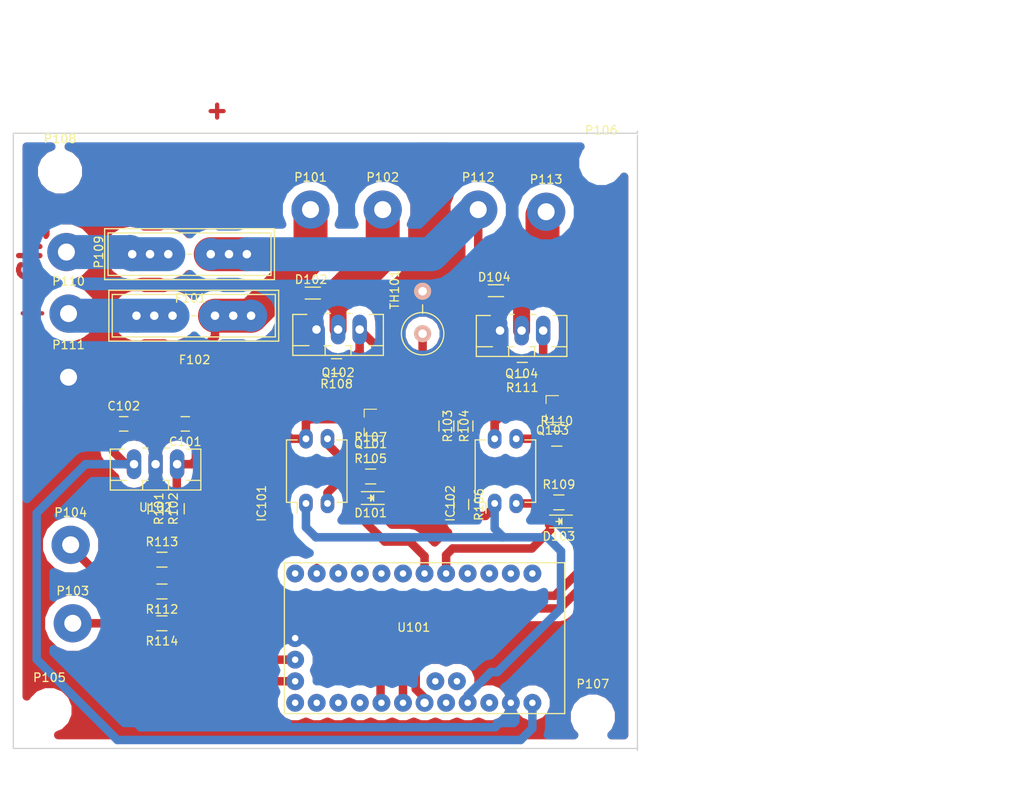
<source format=kicad_pcb>
(kicad_pcb (version 4) (host pcbnew 4.0.6)

  (general
    (links 69)
    (no_connects 0)
    (area 89.025 52.3 212.85 145.000001)
    (thickness 1.6)
    (drawings 18)
    (tracks 222)
    (zones 0)
    (modules 44)
    (nets 29)
  )

  (page A4)
  (layers
    (0 F.Cu signal)
    (31 B.Cu signal)
    (32 B.Adhes user)
    (33 F.Adhes user)
    (34 B.Paste user)
    (35 F.Paste user)
    (36 B.SilkS user)
    (37 F.SilkS user)
    (38 B.Mask user)
    (39 F.Mask user)
    (40 Dwgs.User user)
    (41 Cmts.User user)
    (42 Eco1.User user)
    (43 Eco2.User user)
    (44 Edge.Cuts user)
    (45 Margin user)
    (46 B.CrtYd user)
    (47 F.CrtYd user)
    (48 B.Fab user)
    (49 F.Fab user)
  )

  (setup
    (last_trace_width 4)
    (trace_clearance 0.5)
    (zone_clearance 1)
    (zone_45_only no)
    (trace_min 0.2)
    (segment_width 0.2)
    (edge_width 0.15)
    (via_size 2)
    (via_drill 1)
    (via_min_size 0.4)
    (via_min_drill 0.3)
    (uvia_size 0.3)
    (uvia_drill 0.1)
    (uvias_allowed no)
    (uvia_min_size 0.2)
    (uvia_min_drill 0.1)
    (pcb_text_width 0.3)
    (pcb_text_size 1.5 1.5)
    (mod_edge_width 0.15)
    (mod_text_size 1 1)
    (mod_text_width 0.15)
    (pad_size 1.524 1.524)
    (pad_drill 0.762)
    (pad_to_mask_clearance 0.2)
    (aux_axis_origin 90 140)
    (visible_elements FFFFFF7F)
    (pcbplotparams
      (layerselection 0x00000_80000001)
      (usegerberextensions false)
      (excludeedgelayer true)
      (linewidth 0.100000)
      (plotframeref false)
      (viasonmask false)
      (mode 1)
      (useauxorigin true)
      (hpglpennumber 1)
      (hpglpenspeed 20)
      (hpglpendiameter 15)
      (hpglpenoverlay 2)
      (psnegative false)
      (psa4output false)
      (plotreference true)
      (plotvalue true)
      (plotinvisibletext false)
      (padsonsilk false)
      (subtractmaskfromsilk false)
      (outputformat 1)
      (mirror false)
      (drillshape 0)
      (scaleselection 1)
      (outputdirectory ""))
  )

  (net 0 "")
  (net 1 BATT+)
  (net 2 PUMP_EN)
  (net 3 "Net-(D101-Pad1)")
  (net 4 PUMP-)
  (net 5 SOLAR_EN)
  (net 6 "Net-(D103-Pad1)")
  (net 7 SOLAR-)
  (net 8 BATTCHG+)
  (net 9 "Net-(F101-Pad2)")
  (net 10 "Net-(F102-Pad2)")
  (net 11 "Net-(IC101-Pad2)")
  (net 12 "Net-(IC101-Pad3)")
  (net 13 "Net-(IC102-Pad2)")
  (net 14 "Net-(IC102-Pad3)")
  (net 15 "Net-(Q101-Pad1)")
  (net 16 "Net-(Q101-Pad2)")
  (net 17 "Net-(Q103-Pad1)")
  (net 18 "Net-(Q103-Pad2)")
  (net 19 GND)
  (net 20 BATV)
  (net 21 SOLV)
  (net 22 TEMP)
  (net 23 8V)
  (net 24 5v)
  (net 25 S1)
  (net 26 S2)
  (net 27 S2V)
  (net 28 S1V)

  (net_class Default "This is the default net class."
    (clearance 0.5)
    (trace_width 4)
    (via_dia 2)
    (via_drill 1)
    (uvia_dia 0.3)
    (uvia_drill 0.1)
    (add_net 5v)
    (add_net 8V)
    (add_net BATT+)
    (add_net BATTCHG+)
    (add_net BATV)
    (add_net GND)
    (add_net "Net-(D101-Pad1)")
    (add_net "Net-(D103-Pad1)")
    (add_net "Net-(F101-Pad2)")
    (add_net "Net-(F102-Pad2)")
    (add_net "Net-(IC101-Pad2)")
    (add_net "Net-(IC101-Pad3)")
    (add_net "Net-(IC102-Pad2)")
    (add_net "Net-(IC102-Pad3)")
    (add_net "Net-(Q101-Pad1)")
    (add_net "Net-(Q101-Pad2)")
    (add_net "Net-(Q103-Pad1)")
    (add_net "Net-(Q103-Pad2)")
    (add_net PUMP-)
    (add_net PUMP_EN)
    (add_net S1)
    (add_net S1V)
    (add_net S2)
    (add_net S2V)
    (add_net SOLAR-)
    (add_net SOLAR_EN)
    (add_net SOLV)
    (add_net TEMP)
  )

  (module Capacitors_SMD:C_0805_HandSoldering (layer F.Cu) (tedit 541A9B8D) (tstamp 64202D64)
    (at 110.25 101.75 180)
    (descr "Capacitor SMD 0805, hand soldering")
    (tags "capacitor 0805")
    (path /64203E5E)
    (attr smd)
    (fp_text reference C101 (at 0 -2.1 180) (layer F.SilkS)
      (effects (font (size 1 1) (thickness 0.15)))
    )
    (fp_text value 10u (at 0 2.1 180) (layer F.Fab)
      (effects (font (size 1 1) (thickness 0.15)))
    )
    (fp_line (start -1 0.625) (end -1 -0.625) (layer F.Fab) (width 0.15))
    (fp_line (start 1 0.625) (end -1 0.625) (layer F.Fab) (width 0.15))
    (fp_line (start 1 -0.625) (end 1 0.625) (layer F.Fab) (width 0.15))
    (fp_line (start -1 -0.625) (end 1 -0.625) (layer F.Fab) (width 0.15))
    (fp_line (start -2.3 -1) (end 2.3 -1) (layer F.CrtYd) (width 0.05))
    (fp_line (start -2.3 1) (end 2.3 1) (layer F.CrtYd) (width 0.05))
    (fp_line (start -2.3 -1) (end -2.3 1) (layer F.CrtYd) (width 0.05))
    (fp_line (start 2.3 -1) (end 2.3 1) (layer F.CrtYd) (width 0.05))
    (fp_line (start 0.5 -0.85) (end -0.5 -0.85) (layer F.SilkS) (width 0.15))
    (fp_line (start -0.5 0.85) (end 0.5 0.85) (layer F.SilkS) (width 0.15))
    (pad 1 smd rect (at -1.25 0 180) (size 1.5 1.25) (layers F.Cu F.Paste F.Mask)
      (net 1 BATT+))
    (pad 2 smd rect (at 1.25 0 180) (size 1.5 1.25) (layers F.Cu F.Paste F.Mask)
      (net 19 GND))
    (model Capacitors_SMD.3dshapes/C_0805_HandSoldering.wrl
      (at (xyz 0 0 0))
      (scale (xyz 1 1 1))
      (rotate (xyz 0 0 0))
    )
  )

  (module Capacitors_SMD:C_0805_HandSoldering (layer F.Cu) (tedit 541A9B8D) (tstamp 64202D6A)
    (at 103 101.75)
    (descr "Capacitor SMD 0805, hand soldering")
    (tags "capacitor 0805")
    (path /64203DEE)
    (attr smd)
    (fp_text reference C102 (at 0 -2.1) (layer F.SilkS)
      (effects (font (size 1 1) (thickness 0.15)))
    )
    (fp_text value 100n (at 0 2.1) (layer F.Fab)
      (effects (font (size 1 1) (thickness 0.15)))
    )
    (fp_line (start -1 0.625) (end -1 -0.625) (layer F.Fab) (width 0.15))
    (fp_line (start 1 0.625) (end -1 0.625) (layer F.Fab) (width 0.15))
    (fp_line (start 1 -0.625) (end 1 0.625) (layer F.Fab) (width 0.15))
    (fp_line (start -1 -0.625) (end 1 -0.625) (layer F.Fab) (width 0.15))
    (fp_line (start -2.3 -1) (end 2.3 -1) (layer F.CrtYd) (width 0.05))
    (fp_line (start -2.3 1) (end 2.3 1) (layer F.CrtYd) (width 0.05))
    (fp_line (start -2.3 -1) (end -2.3 1) (layer F.CrtYd) (width 0.05))
    (fp_line (start 2.3 -1) (end 2.3 1) (layer F.CrtYd) (width 0.05))
    (fp_line (start 0.5 -0.85) (end -0.5 -0.85) (layer F.SilkS) (width 0.15))
    (fp_line (start -0.5 0.85) (end 0.5 0.85) (layer F.SilkS) (width 0.15))
    (pad 1 smd rect (at -1.25 0) (size 1.5 1.25) (layers F.Cu F.Paste F.Mask)
      (net 23 8V))
    (pad 2 smd rect (at 1.25 0) (size 1.5 1.25) (layers F.Cu F.Paste F.Mask)
      (net 19 GND))
    (model Capacitors_SMD.3dshapes/C_0805_HandSoldering.wrl
      (at (xyz 0 0 0))
      (scale (xyz 1 1 1))
      (rotate (xyz 0 0 0))
    )
  )

  (module LEDs:LED_0805 (layer F.Cu) (tedit 55BDE1C2) (tstamp 64202D70)
    (at 132.08 110.49 180)
    (descr "LED 0805 smd package")
    (tags "LED 0805 SMD")
    (path /6420870C)
    (attr smd)
    (fp_text reference D101 (at 0 -1.75 180) (layer F.SilkS)
      (effects (font (size 1 1) (thickness 0.15)))
    )
    (fp_text value LED (at 0 1.75 180) (layer F.Fab)
      (effects (font (size 1 1) (thickness 0.15)))
    )
    (fp_line (start -0.4 -0.3) (end -0.4 0.3) (layer F.Fab) (width 0.15))
    (fp_line (start -0.3 0) (end 0 -0.3) (layer F.Fab) (width 0.15))
    (fp_line (start 0 0.3) (end -0.3 0) (layer F.Fab) (width 0.15))
    (fp_line (start 0 -0.3) (end 0 0.3) (layer F.Fab) (width 0.15))
    (fp_line (start 1 -0.6) (end -1 -0.6) (layer F.Fab) (width 0.15))
    (fp_line (start 1 0.6) (end 1 -0.6) (layer F.Fab) (width 0.15))
    (fp_line (start -1 0.6) (end 1 0.6) (layer F.Fab) (width 0.15))
    (fp_line (start -1 -0.6) (end -1 0.6) (layer F.Fab) (width 0.15))
    (fp_line (start -1.6 0.75) (end 1.1 0.75) (layer F.SilkS) (width 0.15))
    (fp_line (start -1.6 -0.75) (end 1.1 -0.75) (layer F.SilkS) (width 0.15))
    (fp_line (start -0.1 0.15) (end -0.1 -0.1) (layer F.SilkS) (width 0.15))
    (fp_line (start -0.1 -0.1) (end -0.25 0.05) (layer F.SilkS) (width 0.15))
    (fp_line (start -0.35 -0.35) (end -0.35 0.35) (layer F.SilkS) (width 0.15))
    (fp_line (start 0 0) (end 0.35 0) (layer F.SilkS) (width 0.15))
    (fp_line (start -0.35 0) (end 0 -0.35) (layer F.SilkS) (width 0.15))
    (fp_line (start 0 -0.35) (end 0 0.35) (layer F.SilkS) (width 0.15))
    (fp_line (start 0 0.35) (end -0.35 0) (layer F.SilkS) (width 0.15))
    (fp_line (start 1.9 -0.95) (end 1.9 0.95) (layer F.CrtYd) (width 0.05))
    (fp_line (start 1.9 0.95) (end -1.9 0.95) (layer F.CrtYd) (width 0.05))
    (fp_line (start -1.9 0.95) (end -1.9 -0.95) (layer F.CrtYd) (width 0.05))
    (fp_line (start -1.9 -0.95) (end 1.9 -0.95) (layer F.CrtYd) (width 0.05))
    (pad 2 smd rect (at 1.04902 0) (size 1.19888 1.19888) (layers F.Cu F.Paste F.Mask)
      (net 2 PUMP_EN))
    (pad 1 smd rect (at -1.04902 0) (size 1.19888 1.19888) (layers F.Cu F.Paste F.Mask)
      (net 3 "Net-(D101-Pad1)"))
    (model LEDs.3dshapes/LED_0805.wrl
      (at (xyz 0 0 0))
      (scale (xyz 1 1 1))
      (rotate (xyz 0 0 0))
    )
  )

  (module Diodes_SMD:D_0805 (layer F.Cu) (tedit 574BBB4C) (tstamp 64202D76)
    (at 125.0696 86.3346 180)
    (descr "Diode SMD in 0805 package")
    (tags "smd diode")
    (path /64207950)
    (attr smd)
    (fp_text reference D102 (at 0 1.6 180) (layer F.SilkS)
      (effects (font (size 1 1) (thickness 0.15)))
    )
    (fp_text value IN4001 (at 0 -1.6 180) (layer F.Fab)
      (effects (font (size 1 1) (thickness 0.15)))
    )
    (fp_line (start -1.8 0.9) (end -1.8 -0.9) (layer F.CrtYd) (width 0.05))
    (fp_line (start 1.8 0.9) (end -1.8 0.9) (layer F.CrtYd) (width 0.05))
    (fp_line (start 1.8 -0.9) (end 1.8 0.9) (layer F.CrtYd) (width 0.05))
    (fp_line (start -1.8 -0.9) (end 1.8 -0.9) (layer F.CrtYd) (width 0.05))
    (fp_line (start 0.2 0) (end 0.4 0) (layer F.Fab) (width 0.15))
    (fp_line (start -0.1 0) (end -0.3 0) (layer F.Fab) (width 0.15))
    (fp_line (start -0.1 -0.2) (end -0.1 0.2) (layer F.Fab) (width 0.15))
    (fp_line (start 0.2 0.2) (end 0.2 -0.2) (layer F.Fab) (width 0.15))
    (fp_line (start -0.1 0) (end 0.2 0.2) (layer F.Fab) (width 0.15))
    (fp_line (start 0.2 -0.2) (end -0.1 0) (layer F.Fab) (width 0.15))
    (fp_line (start -1 0.6) (end -1 -0.6) (layer F.Fab) (width 0.15))
    (fp_line (start 1 0.6) (end -1 0.6) (layer F.Fab) (width 0.15))
    (fp_line (start 1 -0.6) (end 1 0.6) (layer F.Fab) (width 0.15))
    (fp_line (start -1 -0.6) (end 1 -0.6) (layer F.Fab) (width 0.15))
    (fp_line (start -1.1 0.7) (end 0.7 0.7) (layer F.SilkS) (width 0.15))
    (fp_line (start -1.1 -0.7) (end 0.7 -0.7) (layer F.SilkS) (width 0.15))
    (pad 1 smd rect (at -1.05 0 180) (size 0.8 0.9) (layers F.Cu F.Paste F.Mask)
      (net 4 PUMP-))
    (pad 2 smd rect (at 1.05 0 180) (size 0.8 0.9) (layers F.Cu F.Paste F.Mask)
      (net 1 BATT+))
  )

  (module LEDs:LED_0805 (layer F.Cu) (tedit 55BDE1C2) (tstamp 64202D7C)
    (at 154.25 113.25 180)
    (descr "LED 0805 smd package")
    (tags "LED 0805 SMD")
    (path /6420867D)
    (attr smd)
    (fp_text reference D103 (at 0 -1.75 180) (layer F.SilkS)
      (effects (font (size 1 1) (thickness 0.15)))
    )
    (fp_text value LED (at 0 1.75 180) (layer F.Fab)
      (effects (font (size 1 1) (thickness 0.15)))
    )
    (fp_line (start -0.4 -0.3) (end -0.4 0.3) (layer F.Fab) (width 0.15))
    (fp_line (start -0.3 0) (end 0 -0.3) (layer F.Fab) (width 0.15))
    (fp_line (start 0 0.3) (end -0.3 0) (layer F.Fab) (width 0.15))
    (fp_line (start 0 -0.3) (end 0 0.3) (layer F.Fab) (width 0.15))
    (fp_line (start 1 -0.6) (end -1 -0.6) (layer F.Fab) (width 0.15))
    (fp_line (start 1 0.6) (end 1 -0.6) (layer F.Fab) (width 0.15))
    (fp_line (start -1 0.6) (end 1 0.6) (layer F.Fab) (width 0.15))
    (fp_line (start -1 -0.6) (end -1 0.6) (layer F.Fab) (width 0.15))
    (fp_line (start -1.6 0.75) (end 1.1 0.75) (layer F.SilkS) (width 0.15))
    (fp_line (start -1.6 -0.75) (end 1.1 -0.75) (layer F.SilkS) (width 0.15))
    (fp_line (start -0.1 0.15) (end -0.1 -0.1) (layer F.SilkS) (width 0.15))
    (fp_line (start -0.1 -0.1) (end -0.25 0.05) (layer F.SilkS) (width 0.15))
    (fp_line (start -0.35 -0.35) (end -0.35 0.35) (layer F.SilkS) (width 0.15))
    (fp_line (start 0 0) (end 0.35 0) (layer F.SilkS) (width 0.15))
    (fp_line (start -0.35 0) (end 0 -0.35) (layer F.SilkS) (width 0.15))
    (fp_line (start 0 -0.35) (end 0 0.35) (layer F.SilkS) (width 0.15))
    (fp_line (start 0 0.35) (end -0.35 0) (layer F.SilkS) (width 0.15))
    (fp_line (start 1.9 -0.95) (end 1.9 0.95) (layer F.CrtYd) (width 0.05))
    (fp_line (start 1.9 0.95) (end -1.9 0.95) (layer F.CrtYd) (width 0.05))
    (fp_line (start -1.9 0.95) (end -1.9 -0.95) (layer F.CrtYd) (width 0.05))
    (fp_line (start -1.9 -0.95) (end 1.9 -0.95) (layer F.CrtYd) (width 0.05))
    (pad 2 smd rect (at 1.04902 0) (size 1.19888 1.19888) (layers F.Cu F.Paste F.Mask)
      (net 5 SOLAR_EN))
    (pad 1 smd rect (at -1.04902 0) (size 1.19888 1.19888) (layers F.Cu F.Paste F.Mask)
      (net 6 "Net-(D103-Pad1)"))
    (model LEDs.3dshapes/LED_0805.wrl
      (at (xyz 0 0 0))
      (scale (xyz 1 1 1))
      (rotate (xyz 0 0 0))
    )
  )

  (module Diodes_SMD:D_0805 (layer F.Cu) (tedit 574BBB4C) (tstamp 64202D82)
    (at 146.6342 86.0552 180)
    (descr "Diode SMD in 0805 package")
    (tags "smd diode")
    (path /64201818)
    (attr smd)
    (fp_text reference D104 (at 0 1.6 180) (layer F.SilkS)
      (effects (font (size 1 1) (thickness 0.15)))
    )
    (fp_text value IN4001 (at 0 -1.6 180) (layer F.Fab)
      (effects (font (size 1 1) (thickness 0.15)))
    )
    (fp_line (start -1.8 0.9) (end -1.8 -0.9) (layer F.CrtYd) (width 0.05))
    (fp_line (start 1.8 0.9) (end -1.8 0.9) (layer F.CrtYd) (width 0.05))
    (fp_line (start 1.8 -0.9) (end 1.8 0.9) (layer F.CrtYd) (width 0.05))
    (fp_line (start -1.8 -0.9) (end 1.8 -0.9) (layer F.CrtYd) (width 0.05))
    (fp_line (start 0.2 0) (end 0.4 0) (layer F.Fab) (width 0.15))
    (fp_line (start -0.1 0) (end -0.3 0) (layer F.Fab) (width 0.15))
    (fp_line (start -0.1 -0.2) (end -0.1 0.2) (layer F.Fab) (width 0.15))
    (fp_line (start 0.2 0.2) (end 0.2 -0.2) (layer F.Fab) (width 0.15))
    (fp_line (start -0.1 0) (end 0.2 0.2) (layer F.Fab) (width 0.15))
    (fp_line (start 0.2 -0.2) (end -0.1 0) (layer F.Fab) (width 0.15))
    (fp_line (start -1 0.6) (end -1 -0.6) (layer F.Fab) (width 0.15))
    (fp_line (start 1 0.6) (end -1 0.6) (layer F.Fab) (width 0.15))
    (fp_line (start 1 -0.6) (end 1 0.6) (layer F.Fab) (width 0.15))
    (fp_line (start -1 -0.6) (end 1 -0.6) (layer F.Fab) (width 0.15))
    (fp_line (start -1.1 0.7) (end 0.7 0.7) (layer F.SilkS) (width 0.15))
    (fp_line (start -1.1 -0.7) (end 0.7 -0.7) (layer F.SilkS) (width 0.15))
    (pad 1 smd rect (at -1.05 0 180) (size 0.8 0.9) (layers F.Cu F.Paste F.Mask)
      (net 7 SOLAR-))
    (pad 2 smd rect (at 1.05 0 180) (size 0.8 0.9) (layers F.Cu F.Paste F.Mask)
      (net 8 BATTCHG+))
  )

  (module Divers:BladeFuse-CarType (layer F.Cu) (tedit 6155EE12) (tstamp 64202D8C)
    (at 110.75 81.75 180)
    (path /642048EA)
    (fp_text reference F101 (at -0.1 -5.2 180) (layer F.SilkS)
      (effects (font (size 1 1) (thickness 0.15)))
    )
    (fp_text value FUSE (at -0.3 6.1 180) (layer F.Fab)
      (effects (font (size 1 1) (thickness 0.15)))
    )
    (fp_line (start 0.3 0) (end -0.3 0) (layer F.SilkS) (width 0.15))
    (fp_line (start -10 -3) (end 10 -3) (layer F.SilkS) (width 0.15))
    (fp_line (start 10 -3) (end 10 3) (layer F.SilkS) (width 0.15))
    (fp_line (start 10 3) (end -10 3) (layer F.SilkS) (width 0.15))
    (fp_line (start -10 3) (end -10 -3) (layer F.SilkS) (width 0.15))
    (fp_line (start -9.6 -2.5) (end 9.6 -2.5) (layer F.SilkS) (width 0.15))
    (fp_line (start 9.6 -2.5) (end 9.6 2.5) (layer F.SilkS) (width 0.15))
    (fp_line (start 9.6 2.5) (end -9.6 2.5) (layer F.SilkS) (width 0.15))
    (fp_line (start -9.6 2.5) (end -9.6 -2.5) (layer F.SilkS) (width 0.15))
    (pad 2 thru_hole circle (at 6.75 0 180) (size 3.8 3.8) (drill 1) (layers *.Cu *.Mask)
      (net 9 "Net-(F101-Pad2)"))
    (pad 2 thru_hole circle (at 2.5 0 180) (size 3.8 3.8) (drill 1) (layers *.Cu *.Mask)
      (net 9 "Net-(F101-Pad2)"))
    (pad 1 thru_hole circle (at -2.5 0 180) (size 3.8 3.8) (drill 1) (layers *.Cu *.Mask)
      (net 8 BATTCHG+))
    (pad 1 thru_hole circle (at -6.75 0 180) (size 3.8 3.8) (drill 1) (layers *.Cu *.Mask)
      (net 8 BATTCHG+))
    (pad 1 thru_hole rect (at -4.65 0 180) (size 3 3.5) (drill 1) (layers *.Cu *.Mask)
      (net 8 BATTCHG+))
    (pad 2 thru_hole rect (at 4.65 0 180) (size 3 3.5) (drill 1) (layers *.Cu *.Mask)
      (net 9 "Net-(F101-Pad2)"))
    (model Fuse_Holders_and_Fuses.3dshapes/BladeFuse-CarType.wrl
      (at (xyz 0 0 0))
      (scale (xyz 0.3937 0.3937 0.3937))
      (rotate (xyz 0 0 0))
    )
  )

  (module Divers:BladeFuse-CarType (layer F.Cu) (tedit 6155EE12) (tstamp 64202D96)
    (at 111.25 89 180)
    (path /64204FB8)
    (fp_text reference F102 (at -0.1 -5.2 180) (layer F.SilkS)
      (effects (font (size 1 1) (thickness 0.15)))
    )
    (fp_text value FUSE (at -0.3 6.1 180) (layer F.Fab)
      (effects (font (size 1 1) (thickness 0.15)))
    )
    (fp_line (start 0.3 0) (end -0.3 0) (layer F.SilkS) (width 0.15))
    (fp_line (start -10 -3) (end 10 -3) (layer F.SilkS) (width 0.15))
    (fp_line (start 10 -3) (end 10 3) (layer F.SilkS) (width 0.15))
    (fp_line (start 10 3) (end -10 3) (layer F.SilkS) (width 0.15))
    (fp_line (start -10 3) (end -10 -3) (layer F.SilkS) (width 0.15))
    (fp_line (start -9.6 -2.5) (end 9.6 -2.5) (layer F.SilkS) (width 0.15))
    (fp_line (start 9.6 -2.5) (end 9.6 2.5) (layer F.SilkS) (width 0.15))
    (fp_line (start 9.6 2.5) (end -9.6 2.5) (layer F.SilkS) (width 0.15))
    (fp_line (start -9.6 2.5) (end -9.6 -2.5) (layer F.SilkS) (width 0.15))
    (pad 2 thru_hole circle (at 6.75 0 180) (size 3.8 3.8) (drill 1) (layers *.Cu *.Mask)
      (net 10 "Net-(F102-Pad2)"))
    (pad 2 thru_hole circle (at 2.5 0 180) (size 3.8 3.8) (drill 1) (layers *.Cu *.Mask)
      (net 10 "Net-(F102-Pad2)"))
    (pad 1 thru_hole circle (at -2.5 0 180) (size 3.8 3.8) (drill 1) (layers *.Cu *.Mask)
      (net 1 BATT+))
    (pad 1 thru_hole circle (at -6.75 0 180) (size 3.8 3.8) (drill 1) (layers *.Cu *.Mask)
      (net 1 BATT+))
    (pad 1 thru_hole rect (at -4.65 0 180) (size 3 3.5) (drill 1) (layers *.Cu *.Mask)
      (net 1 BATT+))
    (pad 2 thru_hole rect (at 4.65 0 180) (size 3 3.5) (drill 1) (layers *.Cu *.Mask)
      (net 10 "Net-(F102-Pad2)"))
    (model Fuse_Holders_and_Fuses.3dshapes/BladeFuse-CarType.wrl
      (at (xyz 0 0 0))
      (scale (xyz 0.3937 0.3937 0.3937))
      (rotate (xyz 0 0 0))
    )
  )

  (module Housings_DIP:DIP-4_W7.62mm_LongPads (layer F.Cu) (tedit 54130A77) (tstamp 64202D9E)
    (at 124.46 111.125 90)
    (descr "4-lead dip package, row spacing 7.62 mm (300 mils), longer pads")
    (tags "dil dip 2.54 300")
    (path /6420A3A2)
    (fp_text reference IC101 (at 0 -5.22 90) (layer F.SilkS)
      (effects (font (size 1 1) (thickness 0.15)))
    )
    (fp_text value PC817 (at 0 -3.72 90) (layer F.Fab)
      (effects (font (size 1 1) (thickness 0.15)))
    )
    (fp_line (start -1.4 -2.45) (end -1.4 5) (layer F.CrtYd) (width 0.05))
    (fp_line (start 9 -2.45) (end 9 5) (layer F.CrtYd) (width 0.05))
    (fp_line (start -1.4 -2.45) (end 9 -2.45) (layer F.CrtYd) (width 0.05))
    (fp_line (start -1.4 5) (end 9 5) (layer F.CrtYd) (width 0.05))
    (fp_line (start 0.135 -2.295) (end 0.135 -1.025) (layer F.SilkS) (width 0.15))
    (fp_line (start 7.485 -2.295) (end 7.485 -1.025) (layer F.SilkS) (width 0.15))
    (fp_line (start 7.485 4.835) (end 7.485 3.565) (layer F.SilkS) (width 0.15))
    (fp_line (start 0.135 4.835) (end 0.135 3.565) (layer F.SilkS) (width 0.15))
    (fp_line (start 0.135 -2.295) (end 7.485 -2.295) (layer F.SilkS) (width 0.15))
    (fp_line (start 0.135 4.835) (end 7.485 4.835) (layer F.SilkS) (width 0.15))
    (fp_line (start 0.135 -1.025) (end -1.15 -1.025) (layer F.SilkS) (width 0.15))
    (pad 1 thru_hole oval (at 0 0 90) (size 2.3 1.6) (drill 0.8) (layers *.Cu *.Mask)
      (net 24 5v))
    (pad 2 thru_hole oval (at 0 2.54 90) (size 2.3 1.6) (drill 0.8) (layers *.Cu *.Mask)
      (net 11 "Net-(IC101-Pad2)"))
    (pad 3 thru_hole oval (at 7.62 2.54 90) (size 2.3 1.6) (drill 0.8) (layers *.Cu *.Mask)
      (net 12 "Net-(IC101-Pad3)"))
    (pad 4 thru_hole oval (at 7.62 0 90) (size 2.3 1.6) (drill 0.8) (layers *.Cu *.Mask)
      (net 1 BATT+))
    (model Housings_DIP.3dshapes/DIP-4_W7.62mm_LongPads.wrl
      (at (xyz 0 0 0))
      (scale (xyz 1 1 1))
      (rotate (xyz 0 0 0))
    )
  )

  (module Housings_DIP:DIP-4_W7.62mm_LongPads (layer F.Cu) (tedit 54130A77) (tstamp 64202DA6)
    (at 146.685 111.125 90)
    (descr "4-lead dip package, row spacing 7.62 mm (300 mils), longer pads")
    (tags "dil dip 2.54 300")
    (path /6420AA27)
    (fp_text reference IC102 (at 0 -5.22 90) (layer F.SilkS)
      (effects (font (size 1 1) (thickness 0.15)))
    )
    (fp_text value PC817 (at 0 -3.72 90) (layer F.Fab)
      (effects (font (size 1 1) (thickness 0.15)))
    )
    (fp_line (start -1.4 -2.45) (end -1.4 5) (layer F.CrtYd) (width 0.05))
    (fp_line (start 9 -2.45) (end 9 5) (layer F.CrtYd) (width 0.05))
    (fp_line (start -1.4 -2.45) (end 9 -2.45) (layer F.CrtYd) (width 0.05))
    (fp_line (start -1.4 5) (end 9 5) (layer F.CrtYd) (width 0.05))
    (fp_line (start 0.135 -2.295) (end 0.135 -1.025) (layer F.SilkS) (width 0.15))
    (fp_line (start 7.485 -2.295) (end 7.485 -1.025) (layer F.SilkS) (width 0.15))
    (fp_line (start 7.485 4.835) (end 7.485 3.565) (layer F.SilkS) (width 0.15))
    (fp_line (start 0.135 4.835) (end 0.135 3.565) (layer F.SilkS) (width 0.15))
    (fp_line (start 0.135 -2.295) (end 7.485 -2.295) (layer F.SilkS) (width 0.15))
    (fp_line (start 0.135 4.835) (end 7.485 4.835) (layer F.SilkS) (width 0.15))
    (fp_line (start 0.135 -1.025) (end -1.15 -1.025) (layer F.SilkS) (width 0.15))
    (pad 1 thru_hole oval (at 0 0 90) (size 2.3 1.6) (drill 0.8) (layers *.Cu *.Mask)
      (net 24 5v))
    (pad 2 thru_hole oval (at 0 2.54 90) (size 2.3 1.6) (drill 0.8) (layers *.Cu *.Mask)
      (net 13 "Net-(IC102-Pad2)"))
    (pad 3 thru_hole oval (at 7.62 2.54 90) (size 2.3 1.6) (drill 0.8) (layers *.Cu *.Mask)
      (net 14 "Net-(IC102-Pad3)"))
    (pad 4 thru_hole oval (at 7.62 0 90) (size 2.3 1.6) (drill 0.8) (layers *.Cu *.Mask)
      (net 8 BATTCHG+))
    (model Housings_DIP.3dshapes/DIP-4_W7.62mm_LongPads.wrl
      (at (xyz 0 0 0))
      (scale (xyz 1 1 1))
      (rotate (xyz 0 0 0))
    )
  )

  (module TO_SOT_Packages_SMD:SOT-23 (layer F.Cu) (tedit 583F39EB) (tstamp 64202DE2)
    (at 132.08 101.6 180)
    (descr "SOT-23, Standard")
    (tags SOT-23)
    (path /6420C07D)
    (attr smd)
    (fp_text reference Q101 (at 0 -2.5 180) (layer F.SilkS)
      (effects (font (size 1 1) (thickness 0.15)))
    )
    (fp_text value BC817-40 (at 0 2.5 180) (layer F.Fab)
      (effects (font (size 1 1) (thickness 0.15)))
    )
    (fp_line (start 0.76 1.58) (end 0.76 0.65) (layer F.SilkS) (width 0.12))
    (fp_line (start 0.76 -1.58) (end 0.76 -0.65) (layer F.SilkS) (width 0.12))
    (fp_line (start 0.7 -1.52) (end 0.7 1.52) (layer F.Fab) (width 0.15))
    (fp_line (start -0.7 1.52) (end 0.7 1.52) (layer F.Fab) (width 0.15))
    (fp_line (start -1.7 -1.75) (end 1.7 -1.75) (layer F.CrtYd) (width 0.05))
    (fp_line (start 1.7 -1.75) (end 1.7 1.75) (layer F.CrtYd) (width 0.05))
    (fp_line (start 1.7 1.75) (end -1.7 1.75) (layer F.CrtYd) (width 0.05))
    (fp_line (start -1.7 1.75) (end -1.7 -1.75) (layer F.CrtYd) (width 0.05))
    (fp_line (start 0.76 -1.58) (end -1.4 -1.58) (layer F.SilkS) (width 0.12))
    (fp_line (start -0.7 -1.52) (end 0.7 -1.52) (layer F.Fab) (width 0.15))
    (fp_line (start -0.7 -1.52) (end -0.7 1.52) (layer F.Fab) (width 0.15))
    (fp_line (start 0.76 1.58) (end -0.7 1.58) (layer F.SilkS) (width 0.12))
    (pad 1 smd rect (at -1 -0.95 180) (size 0.9 0.8) (layers F.Cu F.Paste F.Mask)
      (net 15 "Net-(Q101-Pad1)"))
    (pad 2 smd rect (at -1 0.95 180) (size 0.9 0.8) (layers F.Cu F.Paste F.Mask)
      (net 16 "Net-(Q101-Pad2)"))
    (pad 3 smd rect (at 1 0 180) (size 0.9 0.8) (layers F.Cu F.Paste F.Mask)
      (net 1 BATT+))
    (model TO_SOT_Packages_SMD.3dshapes/SOT-23.wrl
      (at (xyz 0 0 0))
      (scale (xyz 1 1 1))
      (rotate (xyz 0 0 90))
    )
  )

  (module TO_SOT_Packages_SMD:SOT-23 (layer F.Cu) (tedit 583F39EB) (tstamp 64202DF1)
    (at 153.5 100 180)
    (descr "SOT-23, Standard")
    (tags SOT-23)
    (path /6420C6A4)
    (attr smd)
    (fp_text reference Q103 (at 0 -2.5 180) (layer F.SilkS)
      (effects (font (size 1 1) (thickness 0.15)))
    )
    (fp_text value BC817-40 (at 0 2.5 180) (layer F.Fab)
      (effects (font (size 1 1) (thickness 0.15)))
    )
    (fp_line (start 0.76 1.58) (end 0.76 0.65) (layer F.SilkS) (width 0.12))
    (fp_line (start 0.76 -1.58) (end 0.76 -0.65) (layer F.SilkS) (width 0.12))
    (fp_line (start 0.7 -1.52) (end 0.7 1.52) (layer F.Fab) (width 0.15))
    (fp_line (start -0.7 1.52) (end 0.7 1.52) (layer F.Fab) (width 0.15))
    (fp_line (start -1.7 -1.75) (end 1.7 -1.75) (layer F.CrtYd) (width 0.05))
    (fp_line (start 1.7 -1.75) (end 1.7 1.75) (layer F.CrtYd) (width 0.05))
    (fp_line (start 1.7 1.75) (end -1.7 1.75) (layer F.CrtYd) (width 0.05))
    (fp_line (start -1.7 1.75) (end -1.7 -1.75) (layer F.CrtYd) (width 0.05))
    (fp_line (start 0.76 -1.58) (end -1.4 -1.58) (layer F.SilkS) (width 0.12))
    (fp_line (start -0.7 -1.52) (end 0.7 -1.52) (layer F.Fab) (width 0.15))
    (fp_line (start -0.7 -1.52) (end -0.7 1.52) (layer F.Fab) (width 0.15))
    (fp_line (start 0.76 1.58) (end -0.7 1.58) (layer F.SilkS) (width 0.12))
    (pad 1 smd rect (at -1 -0.95 180) (size 0.9 0.8) (layers F.Cu F.Paste F.Mask)
      (net 17 "Net-(Q103-Pad1)"))
    (pad 2 smd rect (at -1 0.95 180) (size 0.9 0.8) (layers F.Cu F.Paste F.Mask)
      (net 18 "Net-(Q103-Pad2)"))
    (pad 3 smd rect (at 1 0 180) (size 0.9 0.8) (layers F.Cu F.Paste F.Mask)
      (net 8 BATTCHG+))
    (model TO_SOT_Packages_SMD.3dshapes/SOT-23.wrl
      (at (xyz 0 0 0))
      (scale (xyz 1 1 1))
      (rotate (xyz 0 0 90))
    )
  )

  (module Resistors_SMD:R_0805_HandSoldering (layer F.Cu) (tedit 58307B90) (tstamp 64202DFF)
    (at 109.25 111.75 90)
    (descr "Resistor SMD 0805, hand soldering")
    (tags "resistor 0805")
    (path /642026EA)
    (attr smd)
    (fp_text reference R101 (at 0 -2.1 90) (layer F.SilkS)
      (effects (font (size 1 1) (thickness 0.15)))
    )
    (fp_text value 10K (at 0 2.1 90) (layer F.Fab)
      (effects (font (size 1 1) (thickness 0.15)))
    )
    (fp_line (start -1 0.625) (end -1 -0.625) (layer F.Fab) (width 0.1))
    (fp_line (start 1 0.625) (end -1 0.625) (layer F.Fab) (width 0.1))
    (fp_line (start 1 -0.625) (end 1 0.625) (layer F.Fab) (width 0.1))
    (fp_line (start -1 -0.625) (end 1 -0.625) (layer F.Fab) (width 0.1))
    (fp_line (start -2.4 -1) (end 2.4 -1) (layer F.CrtYd) (width 0.05))
    (fp_line (start -2.4 1) (end 2.4 1) (layer F.CrtYd) (width 0.05))
    (fp_line (start -2.4 -1) (end -2.4 1) (layer F.CrtYd) (width 0.05))
    (fp_line (start 2.4 -1) (end 2.4 1) (layer F.CrtYd) (width 0.05))
    (fp_line (start 0.6 0.875) (end -0.6 0.875) (layer F.SilkS) (width 0.15))
    (fp_line (start -0.6 -0.875) (end 0.6 -0.875) (layer F.SilkS) (width 0.15))
    (pad 1 smd rect (at -1.35 0 90) (size 1.5 1.3) (layers F.Cu F.Paste F.Mask)
      (net 20 BATV))
    (pad 2 smd rect (at 1.35 0 90) (size 1.5 1.3) (layers F.Cu F.Paste F.Mask)
      (net 1 BATT+))
    (model Resistors_SMD.3dshapes/R_0805_HandSoldering.wrl
      (at (xyz 0 0 0))
      (scale (xyz 1 1 1))
      (rotate (xyz 0 0 0))
    )
  )

  (module Resistors_SMD:R_0805_HandSoldering (layer F.Cu) (tedit 58307B90) (tstamp 64202E05)
    (at 106.75 111.75 270)
    (descr "Resistor SMD 0805, hand soldering")
    (tags "resistor 0805")
    (path /64202787)
    (attr smd)
    (fp_text reference R102 (at 0 -2.1 270) (layer F.SilkS)
      (effects (font (size 1 1) (thickness 0.15)))
    )
    (fp_text value 4K7 (at 0 2.1 270) (layer F.Fab)
      (effects (font (size 1 1) (thickness 0.15)))
    )
    (fp_line (start -1 0.625) (end -1 -0.625) (layer F.Fab) (width 0.1))
    (fp_line (start 1 0.625) (end -1 0.625) (layer F.Fab) (width 0.1))
    (fp_line (start 1 -0.625) (end 1 0.625) (layer F.Fab) (width 0.1))
    (fp_line (start -1 -0.625) (end 1 -0.625) (layer F.Fab) (width 0.1))
    (fp_line (start -2.4 -1) (end 2.4 -1) (layer F.CrtYd) (width 0.05))
    (fp_line (start -2.4 1) (end 2.4 1) (layer F.CrtYd) (width 0.05))
    (fp_line (start -2.4 -1) (end -2.4 1) (layer F.CrtYd) (width 0.05))
    (fp_line (start 2.4 -1) (end 2.4 1) (layer F.CrtYd) (width 0.05))
    (fp_line (start 0.6 0.875) (end -0.6 0.875) (layer F.SilkS) (width 0.15))
    (fp_line (start -0.6 -0.875) (end 0.6 -0.875) (layer F.SilkS) (width 0.15))
    (pad 1 smd rect (at -1.35 0 270) (size 1.5 1.3) (layers F.Cu F.Paste F.Mask)
      (net 19 GND))
    (pad 2 smd rect (at 1.35 0 270) (size 1.5 1.3) (layers F.Cu F.Paste F.Mask)
      (net 20 BATV))
    (model Resistors_SMD.3dshapes/R_0805_HandSoldering.wrl
      (at (xyz 0 0 0))
      (scale (xyz 1 1 1))
      (rotate (xyz 0 0 0))
    )
  )

  (module Resistors_SMD:R_0805_HandSoldering (layer F.Cu) (tedit 58307B90) (tstamp 64202E0B)
    (at 143.25 102 90)
    (descr "Resistor SMD 0805, hand soldering")
    (tags "resistor 0805")
    (path /6420284C)
    (attr smd)
    (fp_text reference R103 (at 0 -2.1 90) (layer F.SilkS)
      (effects (font (size 1 1) (thickness 0.15)))
    )
    (fp_text value 10K (at 0 2.1 90) (layer F.Fab)
      (effects (font (size 1 1) (thickness 0.15)))
    )
    (fp_line (start -1 0.625) (end -1 -0.625) (layer F.Fab) (width 0.1))
    (fp_line (start 1 0.625) (end -1 0.625) (layer F.Fab) (width 0.1))
    (fp_line (start 1 -0.625) (end 1 0.625) (layer F.Fab) (width 0.1))
    (fp_line (start -1 -0.625) (end 1 -0.625) (layer F.Fab) (width 0.1))
    (fp_line (start -2.4 -1) (end 2.4 -1) (layer F.CrtYd) (width 0.05))
    (fp_line (start -2.4 1) (end 2.4 1) (layer F.CrtYd) (width 0.05))
    (fp_line (start -2.4 -1) (end -2.4 1) (layer F.CrtYd) (width 0.05))
    (fp_line (start 2.4 -1) (end 2.4 1) (layer F.CrtYd) (width 0.05))
    (fp_line (start 0.6 0.875) (end -0.6 0.875) (layer F.SilkS) (width 0.15))
    (fp_line (start -0.6 -0.875) (end 0.6 -0.875) (layer F.SilkS) (width 0.15))
    (pad 1 smd rect (at -1.35 0 90) (size 1.5 1.3) (layers F.Cu F.Paste F.Mask)
      (net 21 SOLV))
    (pad 2 smd rect (at 1.35 0 90) (size 1.5 1.3) (layers F.Cu F.Paste F.Mask)
      (net 8 BATTCHG+))
    (model Resistors_SMD.3dshapes/R_0805_HandSoldering.wrl
      (at (xyz 0 0 0))
      (scale (xyz 1 1 1))
      (rotate (xyz 0 0 0))
    )
  )

  (module Resistors_SMD:R_0805_HandSoldering (layer F.Cu) (tedit 58307B90) (tstamp 64202E11)
    (at 141 102 270)
    (descr "Resistor SMD 0805, hand soldering")
    (tags "resistor 0805")
    (path /6420289F)
    (attr smd)
    (fp_text reference R104 (at 0 -2.1 270) (layer F.SilkS)
      (effects (font (size 1 1) (thickness 0.15)))
    )
    (fp_text value 4k7 (at 0 2.1 270) (layer F.Fab)
      (effects (font (size 1 1) (thickness 0.15)))
    )
    (fp_line (start -1 0.625) (end -1 -0.625) (layer F.Fab) (width 0.1))
    (fp_line (start 1 0.625) (end -1 0.625) (layer F.Fab) (width 0.1))
    (fp_line (start 1 -0.625) (end 1 0.625) (layer F.Fab) (width 0.1))
    (fp_line (start -1 -0.625) (end 1 -0.625) (layer F.Fab) (width 0.1))
    (fp_line (start -2.4 -1) (end 2.4 -1) (layer F.CrtYd) (width 0.05))
    (fp_line (start -2.4 1) (end 2.4 1) (layer F.CrtYd) (width 0.05))
    (fp_line (start -2.4 -1) (end -2.4 1) (layer F.CrtYd) (width 0.05))
    (fp_line (start 2.4 -1) (end 2.4 1) (layer F.CrtYd) (width 0.05))
    (fp_line (start 0.6 0.875) (end -0.6 0.875) (layer F.SilkS) (width 0.15))
    (fp_line (start -0.6 -0.875) (end 0.6 -0.875) (layer F.SilkS) (width 0.15))
    (pad 1 smd rect (at -1.35 0 270) (size 1.5 1.3) (layers F.Cu F.Paste F.Mask)
      (net 19 GND))
    (pad 2 smd rect (at 1.35 0 270) (size 1.5 1.3) (layers F.Cu F.Paste F.Mask)
      (net 21 SOLV))
    (model Resistors_SMD.3dshapes/R_0805_HandSoldering.wrl
      (at (xyz 0 0 0))
      (scale (xyz 1 1 1))
      (rotate (xyz 0 0 0))
    )
  )

  (module Resistors_SMD:R_0805_HandSoldering (layer F.Cu) (tedit 58307B90) (tstamp 64202E17)
    (at 132.08 107.95)
    (descr "Resistor SMD 0805, hand soldering")
    (tags "resistor 0805")
    (path /64207959)
    (attr smd)
    (fp_text reference R105 (at 0 -2.1) (layer F.SilkS)
      (effects (font (size 1 1) (thickness 0.15)))
    )
    (fp_text value 2K2 (at 0 2.1) (layer F.Fab)
      (effects (font (size 1 1) (thickness 0.15)))
    )
    (fp_line (start -1 0.625) (end -1 -0.625) (layer F.Fab) (width 0.1))
    (fp_line (start 1 0.625) (end -1 0.625) (layer F.Fab) (width 0.1))
    (fp_line (start 1 -0.625) (end 1 0.625) (layer F.Fab) (width 0.1))
    (fp_line (start -1 -0.625) (end 1 -0.625) (layer F.Fab) (width 0.1))
    (fp_line (start -2.4 -1) (end 2.4 -1) (layer F.CrtYd) (width 0.05))
    (fp_line (start -2.4 1) (end 2.4 1) (layer F.CrtYd) (width 0.05))
    (fp_line (start -2.4 -1) (end -2.4 1) (layer F.CrtYd) (width 0.05))
    (fp_line (start 2.4 -1) (end 2.4 1) (layer F.CrtYd) (width 0.05))
    (fp_line (start 0.6 0.875) (end -0.6 0.875) (layer F.SilkS) (width 0.15))
    (fp_line (start -0.6 -0.875) (end 0.6 -0.875) (layer F.SilkS) (width 0.15))
    (pad 1 smd rect (at -1.35 0) (size 1.5 1.3) (layers F.Cu F.Paste F.Mask)
      (net 11 "Net-(IC101-Pad2)"))
    (pad 2 smd rect (at 1.35 0) (size 1.5 1.3) (layers F.Cu F.Paste F.Mask)
      (net 3 "Net-(D101-Pad1)"))
    (model Resistors_SMD.3dshapes/R_0805_HandSoldering.wrl
      (at (xyz 0 0 0))
      (scale (xyz 1 1 1))
      (rotate (xyz 0 0 0))
    )
  )

  (module Resistors_SMD:R_0805_HandSoldering (layer F.Cu) (tedit 58307B90) (tstamp 64202E1D)
    (at 142.75 111.25 270)
    (descr "Resistor SMD 0805, hand soldering")
    (tags "resistor 0805")
    (path /642093B8)
    (attr smd)
    (fp_text reference R106 (at 0 -2.1 270) (layer F.SilkS)
      (effects (font (size 1 1) (thickness 0.15)))
    )
    (fp_text value 22K (at 0 2.1 270) (layer F.Fab)
      (effects (font (size 1 1) (thickness 0.15)))
    )
    (fp_line (start -1 0.625) (end -1 -0.625) (layer F.Fab) (width 0.1))
    (fp_line (start 1 0.625) (end -1 0.625) (layer F.Fab) (width 0.1))
    (fp_line (start 1 -0.625) (end 1 0.625) (layer F.Fab) (width 0.1))
    (fp_line (start -1 -0.625) (end 1 -0.625) (layer F.Fab) (width 0.1))
    (fp_line (start -2.4 -1) (end 2.4 -1) (layer F.CrtYd) (width 0.05))
    (fp_line (start -2.4 1) (end 2.4 1) (layer F.CrtYd) (width 0.05))
    (fp_line (start -2.4 -1) (end -2.4 1) (layer F.CrtYd) (width 0.05))
    (fp_line (start 2.4 -1) (end 2.4 1) (layer F.CrtYd) (width 0.05))
    (fp_line (start 0.6 0.875) (end -0.6 0.875) (layer F.SilkS) (width 0.15))
    (fp_line (start -0.6 -0.875) (end 0.6 -0.875) (layer F.SilkS) (width 0.15))
    (pad 1 smd rect (at -1.35 0 270) (size 1.5 1.3) (layers F.Cu F.Paste F.Mask)
      (net 22 TEMP))
    (pad 2 smd rect (at 1.35 0 270) (size 1.5 1.3) (layers F.Cu F.Paste F.Mask)
      (net 24 5v))
    (model Resistors_SMD.3dshapes/R_0805_HandSoldering.wrl
      (at (xyz 0 0 0))
      (scale (xyz 1 1 1))
      (rotate (xyz 0 0 0))
    )
  )

  (module Resistors_SMD:R_0805_HandSoldering (layer F.Cu) (tedit 58307B90) (tstamp 64202E23)
    (at 132.08 105.41)
    (descr "Resistor SMD 0805, hand soldering")
    (tags "resistor 0805")
    (path /64207938)
    (attr smd)
    (fp_text reference R107 (at 0 -2.1) (layer F.SilkS)
      (effects (font (size 1 1) (thickness 0.15)))
    )
    (fp_text value 1K (at 0 2.1) (layer F.Fab)
      (effects (font (size 1 1) (thickness 0.15)))
    )
    (fp_line (start -1 0.625) (end -1 -0.625) (layer F.Fab) (width 0.1))
    (fp_line (start 1 0.625) (end -1 0.625) (layer F.Fab) (width 0.1))
    (fp_line (start 1 -0.625) (end 1 0.625) (layer F.Fab) (width 0.1))
    (fp_line (start -1 -0.625) (end 1 -0.625) (layer F.Fab) (width 0.1))
    (fp_line (start -2.4 -1) (end 2.4 -1) (layer F.CrtYd) (width 0.05))
    (fp_line (start -2.4 1) (end 2.4 1) (layer F.CrtYd) (width 0.05))
    (fp_line (start -2.4 -1) (end -2.4 1) (layer F.CrtYd) (width 0.05))
    (fp_line (start 2.4 -1) (end 2.4 1) (layer F.CrtYd) (width 0.05))
    (fp_line (start 0.6 0.875) (end -0.6 0.875) (layer F.SilkS) (width 0.15))
    (fp_line (start -0.6 -0.875) (end 0.6 -0.875) (layer F.SilkS) (width 0.15))
    (pad 1 smd rect (at -1.35 0) (size 1.5 1.3) (layers F.Cu F.Paste F.Mask)
      (net 12 "Net-(IC101-Pad3)"))
    (pad 2 smd rect (at 1.35 0) (size 1.5 1.3) (layers F.Cu F.Paste F.Mask)
      (net 15 "Net-(Q101-Pad1)"))
    (model Resistors_SMD.3dshapes/R_0805_HandSoldering.wrl
      (at (xyz 0 0 0))
      (scale (xyz 1 1 1))
      (rotate (xyz 0 0 0))
    )
  )

  (module Resistors_SMD:R_0805_HandSoldering (layer F.Cu) (tedit 58307B90) (tstamp 64202E29)
    (at 128.0668 94.9452 180)
    (descr "Resistor SMD 0805, hand soldering")
    (tags "resistor 0805")
    (path /6420796C)
    (attr smd)
    (fp_text reference R108 (at 0 -2.1 180) (layer F.SilkS)
      (effects (font (size 1 1) (thickness 0.15)))
    )
    (fp_text value 10K (at 0 2.1 180) (layer F.Fab)
      (effects (font (size 1 1) (thickness 0.15)))
    )
    (fp_line (start -1 0.625) (end -1 -0.625) (layer F.Fab) (width 0.1))
    (fp_line (start 1 0.625) (end -1 0.625) (layer F.Fab) (width 0.1))
    (fp_line (start 1 -0.625) (end 1 0.625) (layer F.Fab) (width 0.1))
    (fp_line (start -1 -0.625) (end 1 -0.625) (layer F.Fab) (width 0.1))
    (fp_line (start -2.4 -1) (end 2.4 -1) (layer F.CrtYd) (width 0.05))
    (fp_line (start -2.4 1) (end 2.4 1) (layer F.CrtYd) (width 0.05))
    (fp_line (start -2.4 -1) (end -2.4 1) (layer F.CrtYd) (width 0.05))
    (fp_line (start 2.4 -1) (end 2.4 1) (layer F.CrtYd) (width 0.05))
    (fp_line (start 0.6 0.875) (end -0.6 0.875) (layer F.SilkS) (width 0.15))
    (fp_line (start -0.6 -0.875) (end 0.6 -0.875) (layer F.SilkS) (width 0.15))
    (pad 1 smd rect (at -1.35 0 180) (size 1.5 1.3) (layers F.Cu F.Paste F.Mask)
      (net 16 "Net-(Q101-Pad2)"))
    (pad 2 smd rect (at 1.35 0 180) (size 1.5 1.3) (layers F.Cu F.Paste F.Mask)
      (net 19 GND))
    (model Resistors_SMD.3dshapes/R_0805_HandSoldering.wrl
      (at (xyz 0 0 0))
      (scale (xyz 1 1 1))
      (rotate (xyz 0 0 0))
    )
  )

  (module Resistors_SMD:R_0805_HandSoldering (layer F.Cu) (tedit 58307B90) (tstamp 64202E2F)
    (at 154.25 111)
    (descr "Resistor SMD 0805, hand soldering")
    (tags "resistor 0805")
    (path /64201D02)
    (attr smd)
    (fp_text reference R109 (at 0 -2.1) (layer F.SilkS)
      (effects (font (size 1 1) (thickness 0.15)))
    )
    (fp_text value 2K2 (at 0 2.1) (layer F.Fab)
      (effects (font (size 1 1) (thickness 0.15)))
    )
    (fp_line (start -1 0.625) (end -1 -0.625) (layer F.Fab) (width 0.1))
    (fp_line (start 1 0.625) (end -1 0.625) (layer F.Fab) (width 0.1))
    (fp_line (start 1 -0.625) (end 1 0.625) (layer F.Fab) (width 0.1))
    (fp_line (start -1 -0.625) (end 1 -0.625) (layer F.Fab) (width 0.1))
    (fp_line (start -2.4 -1) (end 2.4 -1) (layer F.CrtYd) (width 0.05))
    (fp_line (start -2.4 1) (end 2.4 1) (layer F.CrtYd) (width 0.05))
    (fp_line (start -2.4 -1) (end -2.4 1) (layer F.CrtYd) (width 0.05))
    (fp_line (start 2.4 -1) (end 2.4 1) (layer F.CrtYd) (width 0.05))
    (fp_line (start 0.6 0.875) (end -0.6 0.875) (layer F.SilkS) (width 0.15))
    (fp_line (start -0.6 -0.875) (end 0.6 -0.875) (layer F.SilkS) (width 0.15))
    (pad 1 smd rect (at -1.35 0) (size 1.5 1.3) (layers F.Cu F.Paste F.Mask)
      (net 13 "Net-(IC102-Pad2)"))
    (pad 2 smd rect (at 1.35 0) (size 1.5 1.3) (layers F.Cu F.Paste F.Mask)
      (net 6 "Net-(D103-Pad1)"))
    (model Resistors_SMD.3dshapes/R_0805_HandSoldering.wrl
      (at (xyz 0 0 0))
      (scale (xyz 1 1 1))
      (rotate (xyz 0 0 0))
    )
  )

  (module Resistors_SMD:R_0805_HandSoldering (layer F.Cu) (tedit 58307B90) (tstamp 64202E35)
    (at 154 103.5)
    (descr "Resistor SMD 0805, hand soldering")
    (tags "resistor 0805")
    (path /642010B3)
    (attr smd)
    (fp_text reference R110 (at 0 -2.1) (layer F.SilkS)
      (effects (font (size 1 1) (thickness 0.15)))
    )
    (fp_text value 1K (at 0 2.1) (layer F.Fab)
      (effects (font (size 1 1) (thickness 0.15)))
    )
    (fp_line (start -1 0.625) (end -1 -0.625) (layer F.Fab) (width 0.1))
    (fp_line (start 1 0.625) (end -1 0.625) (layer F.Fab) (width 0.1))
    (fp_line (start 1 -0.625) (end 1 0.625) (layer F.Fab) (width 0.1))
    (fp_line (start -1 -0.625) (end 1 -0.625) (layer F.Fab) (width 0.1))
    (fp_line (start -2.4 -1) (end 2.4 -1) (layer F.CrtYd) (width 0.05))
    (fp_line (start -2.4 1) (end 2.4 1) (layer F.CrtYd) (width 0.05))
    (fp_line (start -2.4 -1) (end -2.4 1) (layer F.CrtYd) (width 0.05))
    (fp_line (start 2.4 -1) (end 2.4 1) (layer F.CrtYd) (width 0.05))
    (fp_line (start 0.6 0.875) (end -0.6 0.875) (layer F.SilkS) (width 0.15))
    (fp_line (start -0.6 -0.875) (end 0.6 -0.875) (layer F.SilkS) (width 0.15))
    (pad 1 smd rect (at -1.35 0) (size 1.5 1.3) (layers F.Cu F.Paste F.Mask)
      (net 14 "Net-(IC102-Pad3)"))
    (pad 2 smd rect (at 1.35 0) (size 1.5 1.3) (layers F.Cu F.Paste F.Mask)
      (net 17 "Net-(Q103-Pad1)"))
    (model Resistors_SMD.3dshapes/R_0805_HandSoldering.wrl
      (at (xyz 0 0 0))
      (scale (xyz 1 1 1))
      (rotate (xyz 0 0 0))
    )
  )

  (module Resistors_SMD:R_0805_HandSoldering (layer F.Cu) (tedit 58307B90) (tstamp 64202E3B)
    (at 149.9362 95.377 180)
    (descr "Resistor SMD 0805, hand soldering")
    (tags "resistor 0805")
    (path /64206517)
    (attr smd)
    (fp_text reference R111 (at 0 -2.1 180) (layer F.SilkS)
      (effects (font (size 1 1) (thickness 0.15)))
    )
    (fp_text value 10K (at 0 2.1 180) (layer F.Fab)
      (effects (font (size 1 1) (thickness 0.15)))
    )
    (fp_line (start -1 0.625) (end -1 -0.625) (layer F.Fab) (width 0.1))
    (fp_line (start 1 0.625) (end -1 0.625) (layer F.Fab) (width 0.1))
    (fp_line (start 1 -0.625) (end 1 0.625) (layer F.Fab) (width 0.1))
    (fp_line (start -1 -0.625) (end 1 -0.625) (layer F.Fab) (width 0.1))
    (fp_line (start -2.4 -1) (end 2.4 -1) (layer F.CrtYd) (width 0.05))
    (fp_line (start -2.4 1) (end 2.4 1) (layer F.CrtYd) (width 0.05))
    (fp_line (start -2.4 -1) (end -2.4 1) (layer F.CrtYd) (width 0.05))
    (fp_line (start 2.4 -1) (end 2.4 1) (layer F.CrtYd) (width 0.05))
    (fp_line (start 0.6 0.875) (end -0.6 0.875) (layer F.SilkS) (width 0.15))
    (fp_line (start -0.6 -0.875) (end 0.6 -0.875) (layer F.SilkS) (width 0.15))
    (pad 1 smd rect (at -1.35 0 180) (size 1.5 1.3) (layers F.Cu F.Paste F.Mask)
      (net 18 "Net-(Q103-Pad2)"))
    (pad 2 smd rect (at 1.35 0 180) (size 1.5 1.3) (layers F.Cu F.Paste F.Mask)
      (net 19 GND))
    (model Resistors_SMD.3dshapes/R_0805_HandSoldering.wrl
      (at (xyz 0 0 0))
      (scale (xyz 1 1 1))
      (rotate (xyz 0 0 0))
    )
  )

  (module Resistors_ThroughHole:Resistor_Vertical_RM5mm (layer F.Cu) (tedit 0) (tstamp 64202E41)
    (at 138.2014 88.6206 90)
    (descr "Resistor, Vertical, RM 5mm, 1/3W,")
    (tags "Resistor, Vertical, RM 5mm, 1/3W,")
    (path /6420961C)
    (fp_text reference TH101 (at 2.70002 -3.29946 90) (layer F.SilkS)
      (effects (font (size 1 1) (thickness 0.15)))
    )
    (fp_text value THERMISTOR (at 0 4.50088 90) (layer F.Fab)
      (effects (font (size 1 1) (thickness 0.15)))
    )
    (fp_line (start -0.09906 0) (end 0.9017 0) (layer F.SilkS) (width 0.15))
    (fp_circle (center -2.49936 0) (end 0 0) (layer F.SilkS) (width 0.15))
    (pad 1 thru_hole circle (at -2.49936 0 90) (size 1.99898 1.99898) (drill 1.00076) (layers *.Cu *.SilkS *.Mask)
      (net 22 TEMP))
    (pad 2 thru_hole circle (at 2.5019 0 90) (size 1.99898 1.99898) (drill 1.00076) (layers *.Cu *.SilkS *.Mask)
      (net 19 GND))
  )

  (module Divers:ArduinoProMini (layer F.Cu) (tedit 608A899D) (tstamp 64202E62)
    (at 144.78 132.08 180)
    (path /64200364)
    (fp_text reference U101 (at 7.62 6.35 180) (layer F.SilkS)
      (effects (font (size 1 1) (thickness 0.15)))
    )
    (fp_text value ArdinoMinPro (at 6.35 5.08 180) (layer F.Fab)
      (effects (font (size 1 1) (thickness 0.15)))
    )
    (fp_line (start -10.16 -3.81) (end 22.86 -3.81) (layer F.SilkS) (width 0.15))
    (fp_line (start 22.86 -3.81) (end 22.86 13.97) (layer F.SilkS) (width 0.15))
    (fp_line (start 22.86 13.97) (end -10.16 13.97) (layer F.SilkS) (width 0.15))
    (fp_line (start -10.16 13.97) (end -10.16 -3.81) (layer F.SilkS) (width 0.15))
    (pad 20 thru_hole circle (at 3.81 -2.54 180) (size 2.1 2.1) (drill 0.762) (layers *.Cu *.Mask))
    (pad 22 thru_hole circle (at -1.27 -2.54 180) (size 2.1 2.1) (drill 0.762) (layers *.Cu *.Mask))
    (pad 3 thru_hole circle (at -1.27 12.7 180) (size 2.1 2.1) (drill 0.762) (layers *.Cu *.Mask))
    (pad 6 thru_hole circle (at 6.35 12.7 180) (size 2.1 2.1) (drill 0.762) (layers *.Cu *.Mask)
      (net 2 PUMP_EN))
    (pad 7 thru_hole circle (at 8.89 12.7 180) (size 2.1 2.1) (drill 0.762) (layers *.Cu *.Mask))
    (pad 8 thru_hole circle (at 11.43 12.7 180) (size 2.1 2.1) (drill 0.762) (layers *.Cu *.Mask))
    (pad 24 thru_hole circle (at -6.35 -2.54 180) (size 2.1 2.1) (drill 0.762) (layers *.Cu *.Mask)
      (net 23 8V))
    (pad 23 thru_hole circle (at -3.81 -2.54 180) (size 2.1 2.1) (drill 0.762) (layers *.Cu *.Mask)
      (net 19 GND))
    (pad 21 thru_hole circle (at 1.27 -2.54 180) (size 2.1 2.1) (drill 0.762) (layers *.Cu *.Mask)
      (net 24 5v))
    (pad 19 thru_hole circle (at 6.35 -2.54 180) (size 2.1 2.1) (drill 1) (layers *.Cu *.Mask)
      (net 21 SOLV))
    (pad 18 thru_hole circle (at 8.89 -2.54 180) (size 2.1 2.1) (drill 0.762) (layers *.Cu *.Mask)
      (net 22 TEMP))
    (pad 17 thru_hole circle (at 11.43 -2.54 180) (size 2.1 2.1) (drill 0.762) (layers *.Cu *.Mask)
      (net 20 BATV))
    (pad 16 thru_hole circle (at 13.97 -2.54 180) (size 2.1 2.1) (drill 0.762) (layers *.Cu *.Mask))
    (pad 15 thru_hole circle (at 16.51 -2.54 180) (size 2.1 2.1) (drill 0.762) (layers *.Cu *.Mask))
    (pad 14 thru_hole circle (at 19.05 -2.54 180) (size 2.1 2.1) (drill 0.762) (layers *.Cu *.Mask))
    (pad 13 thru_hole circle (at 21.59 -2.54 180) (size 2.1 2.1) (drill 0.762) (layers *.Cu *.Mask))
    (pad 1 thru_hole circle (at -6.35 12.7 180) (size 2.1 2.1) (drill 0.762) (layers *.Cu *.Mask))
    (pad 2 thru_hole circle (at -3.81 12.7 180) (size 2.1 2.1) (drill 0.762) (layers *.Cu *.Mask))
    (pad 5 thru_hole circle (at 3.81 12.7 180) (size 2.1 2.1) (drill 0.762) (layers *.Cu *.Mask)
      (net 5 SOLAR_EN))
    (pad 9 thru_hole circle (at 13.97 12.7 180) (size 2.1 2.1) (drill 0.762) (layers *.Cu *.Mask))
    (pad 10 thru_hole circle (at 16.51 12.7 180) (size 2.1 2.1) (drill 0.762) (layers *.Cu *.Mask))
    (pad 11 thru_hole circle (at 19.05 12.7 180) (size 2.1 2.1) (drill 0.762) (layers *.Cu *.Mask))
    (pad 12 thru_hole circle (at 21.59 12.7 180) (size 2.1 2.1) (drill 0.762) (layers *.Cu *.Mask))
    (pad A7 thru_hole circle (at 21.59 0 180) (size 2.1 2.1) (drill 0.762) (layers *.Cu *.Mask)
      (net 28 S1V))
    (pad A6 thru_hole circle (at 21.59 2.54 180) (size 2.1 2.1) (drill 0.762) (layers *.Cu *.Mask)
      (net 27 S2V))
    (pad 31 thru_hole circle (at 21.59 5.08 180) (size 2.1 2.1) (drill 0.762) (layers *.Cu *.Mask)
      (net 19 GND))
    (pad A5 thru_hole circle (at 2.54 0 180) (size 2.1 2.1) (drill 0.762) (layers *.Cu *.Mask))
    (pad A4 thru_hole circle (at 5.08 0 180) (size 2.1 2.1) (drill 0.762) (layers *.Cu *.Mask))
    (pad 4 thru_hole circle (at 1.27 12.7 180) (size 2.1 2.1) (drill 0.762) (layers *.Cu *.Mask))
  )

  (module TO_SOT_Packages_THT:TO-220_Neutral123_Vertical_LargePads (layer F.Cu) (tedit 0) (tstamp 64204641)
    (at 128.2446 90.6272 180)
    (descr "TO-220, Neutral, Vertical, Large Pads,")
    (tags "TO-220, Neutral, Vertical, Large Pads,")
    (path /64207932)
    (fp_text reference Q102 (at 0 -5.08 180) (layer F.SilkS)
      (effects (font (size 1 1) (thickness 0.15)))
    )
    (fp_text value IRF540N (at 0 3.81 180) (layer F.Fab)
      (effects (font (size 1 1) (thickness 0.15)))
    )
    (fp_line (start 5.334 -1.905) (end 3.429 -1.905) (layer F.SilkS) (width 0.15))
    (fp_line (start 0.889 -1.905) (end 1.651 -1.905) (layer F.SilkS) (width 0.15))
    (fp_line (start -1.524 -1.905) (end -1.651 -1.905) (layer F.SilkS) (width 0.15))
    (fp_line (start -1.524 -1.905) (end -0.889 -1.905) (layer F.SilkS) (width 0.15))
    (fp_line (start -5.334 -1.905) (end -3.556 -1.905) (layer F.SilkS) (width 0.15))
    (fp_line (start -5.334 1.778) (end -3.683 1.778) (layer F.SilkS) (width 0.15))
    (fp_line (start -1.016 1.905) (end -1.651 1.905) (layer F.SilkS) (width 0.15))
    (fp_line (start 1.524 1.905) (end 0.889 1.905) (layer F.SilkS) (width 0.15))
    (fp_line (start 5.334 1.778) (end 3.683 1.778) (layer F.SilkS) (width 0.15))
    (fp_line (start -1.524 -3.048) (end -1.524 -1.905) (layer F.SilkS) (width 0.15))
    (fp_line (start 1.524 -3.048) (end 1.524 -1.905) (layer F.SilkS) (width 0.15))
    (fp_line (start 5.334 -1.905) (end 5.334 1.778) (layer F.SilkS) (width 0.15))
    (fp_line (start -5.334 1.778) (end -5.334 -1.905) (layer F.SilkS) (width 0.15))
    (fp_line (start 5.334 -3.048) (end 5.334 -1.905) (layer F.SilkS) (width 0.15))
    (fp_line (start -5.334 -1.905) (end -5.334 -3.048) (layer F.SilkS) (width 0.15))
    (fp_line (start 0 -3.048) (end -5.334 -3.048) (layer F.SilkS) (width 0.15))
    (fp_line (start 0 -3.048) (end 5.334 -3.048) (layer F.SilkS) (width 0.15))
    (pad 2 thru_hole oval (at 0 0 270) (size 3.50012 1.69926) (drill 1.00076) (layers *.Cu *.Mask)
      (net 4 PUMP-))
    (pad 1 thru_hole oval (at -2.54 0 270) (size 3.50012 1.69926) (drill 1.00076) (layers *.Cu *.Mask)
      (net 16 "Net-(Q101-Pad2)"))
    (pad 3 thru_hole oval (at 2.54 0 270) (size 3.50012 1.69926) (drill 1.00076) (layers *.Cu *.Mask)
      (net 19 GND))
    (model TO_SOT_Packages_THT.3dshapes/TO-220_Neutral123_Vertical_LargePads.wrl
      (at (xyz 0 0 0))
      (scale (xyz 0.3937 0.3937 0.3937))
      (rotate (xyz 0 0 0))
    )
  )

  (module TO_SOT_Packages_THT:TO-220_Neutral123_Vertical_LargePads (layer F.Cu) (tedit 0) (tstamp 64204647)
    (at 149.86 90.7542 180)
    (descr "TO-220, Neutral, Vertical, Large Pads,")
    (tags "TO-220, Neutral, Vertical, Large Pads,")
    (path /642007F8)
    (fp_text reference Q104 (at 0 -5.08 180) (layer F.SilkS)
      (effects (font (size 1 1) (thickness 0.15)))
    )
    (fp_text value IRF540N (at 0 3.81 180) (layer F.Fab)
      (effects (font (size 1 1) (thickness 0.15)))
    )
    (fp_line (start 5.334 -1.905) (end 3.429 -1.905) (layer F.SilkS) (width 0.15))
    (fp_line (start 0.889 -1.905) (end 1.651 -1.905) (layer F.SilkS) (width 0.15))
    (fp_line (start -1.524 -1.905) (end -1.651 -1.905) (layer F.SilkS) (width 0.15))
    (fp_line (start -1.524 -1.905) (end -0.889 -1.905) (layer F.SilkS) (width 0.15))
    (fp_line (start -5.334 -1.905) (end -3.556 -1.905) (layer F.SilkS) (width 0.15))
    (fp_line (start -5.334 1.778) (end -3.683 1.778) (layer F.SilkS) (width 0.15))
    (fp_line (start -1.016 1.905) (end -1.651 1.905) (layer F.SilkS) (width 0.15))
    (fp_line (start 1.524 1.905) (end 0.889 1.905) (layer F.SilkS) (width 0.15))
    (fp_line (start 5.334 1.778) (end 3.683 1.778) (layer F.SilkS) (width 0.15))
    (fp_line (start -1.524 -3.048) (end -1.524 -1.905) (layer F.SilkS) (width 0.15))
    (fp_line (start 1.524 -3.048) (end 1.524 -1.905) (layer F.SilkS) (width 0.15))
    (fp_line (start 5.334 -1.905) (end 5.334 1.778) (layer F.SilkS) (width 0.15))
    (fp_line (start -5.334 1.778) (end -5.334 -1.905) (layer F.SilkS) (width 0.15))
    (fp_line (start 5.334 -3.048) (end 5.334 -1.905) (layer F.SilkS) (width 0.15))
    (fp_line (start -5.334 -1.905) (end -5.334 -3.048) (layer F.SilkS) (width 0.15))
    (fp_line (start 0 -3.048) (end -5.334 -3.048) (layer F.SilkS) (width 0.15))
    (fp_line (start 0 -3.048) (end 5.334 -3.048) (layer F.SilkS) (width 0.15))
    (pad 2 thru_hole oval (at 0 0 270) (size 3.50012 1.69926) (drill 1.00076) (layers *.Cu *.Mask)
      (net 7 SOLAR-))
    (pad 1 thru_hole oval (at -2.54 0 270) (size 3.50012 1.69926) (drill 1.00076) (layers *.Cu *.Mask)
      (net 18 "Net-(Q103-Pad2)"))
    (pad 3 thru_hole oval (at 2.54 0 270) (size 3.50012 1.69926) (drill 1.00076) (layers *.Cu *.Mask)
      (net 19 GND))
    (model TO_SOT_Packages_THT.3dshapes/TO-220_Neutral123_Vertical_LargePads.wrl
      (at (xyz 0 0 0))
      (scale (xyz 0.3937 0.3937 0.3937))
      (rotate (xyz 0 0 0))
    )
  )

  (module TO_SOT_Packages_THT:TO-220_Neutral123_Vertical_LargePads (layer F.Cu) (tedit 0) (tstamp 6420464D)
    (at 106.75 106.5 180)
    (descr "TO-220, Neutral, Vertical, Large Pads,")
    (tags "TO-220, Neutral, Vertical, Large Pads,")
    (path /6420082B)
    (fp_text reference U102 (at 0 -5.08 180) (layer F.SilkS)
      (effects (font (size 1 1) (thickness 0.15)))
    )
    (fp_text value LM7808ACT (at 0 3.81 180) (layer F.Fab)
      (effects (font (size 1 1) (thickness 0.15)))
    )
    (fp_line (start 5.334 -1.905) (end 3.429 -1.905) (layer F.SilkS) (width 0.15))
    (fp_line (start 0.889 -1.905) (end 1.651 -1.905) (layer F.SilkS) (width 0.15))
    (fp_line (start -1.524 -1.905) (end -1.651 -1.905) (layer F.SilkS) (width 0.15))
    (fp_line (start -1.524 -1.905) (end -0.889 -1.905) (layer F.SilkS) (width 0.15))
    (fp_line (start -5.334 -1.905) (end -3.556 -1.905) (layer F.SilkS) (width 0.15))
    (fp_line (start -5.334 1.778) (end -3.683 1.778) (layer F.SilkS) (width 0.15))
    (fp_line (start -1.016 1.905) (end -1.651 1.905) (layer F.SilkS) (width 0.15))
    (fp_line (start 1.524 1.905) (end 0.889 1.905) (layer F.SilkS) (width 0.15))
    (fp_line (start 5.334 1.778) (end 3.683 1.778) (layer F.SilkS) (width 0.15))
    (fp_line (start -1.524 -3.048) (end -1.524 -1.905) (layer F.SilkS) (width 0.15))
    (fp_line (start 1.524 -3.048) (end 1.524 -1.905) (layer F.SilkS) (width 0.15))
    (fp_line (start 5.334 -1.905) (end 5.334 1.778) (layer F.SilkS) (width 0.15))
    (fp_line (start -5.334 1.778) (end -5.334 -1.905) (layer F.SilkS) (width 0.15))
    (fp_line (start 5.334 -3.048) (end 5.334 -1.905) (layer F.SilkS) (width 0.15))
    (fp_line (start -5.334 -1.905) (end -5.334 -3.048) (layer F.SilkS) (width 0.15))
    (fp_line (start 0 -3.048) (end -5.334 -3.048) (layer F.SilkS) (width 0.15))
    (fp_line (start 0 -3.048) (end 5.334 -3.048) (layer F.SilkS) (width 0.15))
    (pad 2 thru_hole oval (at 0 0 270) (size 3.50012 1.69926) (drill 1.00076) (layers *.Cu *.Mask)
      (net 19 GND))
    (pad 1 thru_hole oval (at -2.54 0 270) (size 3.50012 1.69926) (drill 1.00076) (layers *.Cu *.Mask)
      (net 1 BATT+))
    (pad 3 thru_hole oval (at 2.54 0 270) (size 3.50012 1.69926) (drill 1.00076) (layers *.Cu *.Mask)
      (net 23 8V))
    (model TO_SOT_Packages_THT.3dshapes/TO-220_Neutral123_Vertical_LargePads.wrl
      (at (xyz 0 0 0))
      (scale (xyz 0.3937 0.3937 0.3937))
      (rotate (xyz 0 0 0))
    )
  )

  (module Mounting_Holes:MountingHole_3.2mm_M3_ISO7380 (layer F.Cu) (tedit 56D1B4CB) (tstamp 64204C08)
    (at 94.25 135.5)
    (descr "Mounting Hole 3.2mm, no annular, M3, ISO7380")
    (tags "mounting hole 3.2mm no annular m3 iso7380")
    (path /6420C9F3)
    (fp_text reference P105 (at 0 -3.85) (layer F.SilkS)
      (effects (font (size 1 1) (thickness 0.15)))
    )
    (fp_text value CONN_1 (at 0 3.85) (layer F.Fab)
      (effects (font (size 1 1) (thickness 0.15)))
    )
    (fp_circle (center 0 0) (end 2.85 0) (layer Cmts.User) (width 0.15))
    (fp_circle (center 0 0) (end 3.1 0) (layer F.CrtYd) (width 0.05))
    (pad 1 np_thru_hole circle (at 0 0) (size 3.2 3.2) (drill 3.2) (layers *.Cu *.Mask))
  )

  (module Mounting_Holes:MountingHole_3.2mm_M3_ISO7380 (layer F.Cu) (tedit 56D1B4CB) (tstamp 64204C0C)
    (at 159.25 71)
    (descr "Mounting Hole 3.2mm, no annular, M3, ISO7380")
    (tags "mounting hole 3.2mm no annular m3 iso7380")
    (path /6420CA88)
    (fp_text reference P106 (at 0 -3.85) (layer F.SilkS)
      (effects (font (size 1 1) (thickness 0.15)))
    )
    (fp_text value CONN_1 (at 0 3.85) (layer F.Fab)
      (effects (font (size 1 1) (thickness 0.15)))
    )
    (fp_circle (center 0 0) (end 2.85 0) (layer Cmts.User) (width 0.15))
    (fp_circle (center 0 0) (end 3.1 0) (layer F.CrtYd) (width 0.05))
    (pad 1 np_thru_hole circle (at 0 0) (size 3.2 3.2) (drill 3.2) (layers *.Cu *.Mask))
  )

  (module Mounting_Holes:MountingHole_3.2mm_M3_ISO7380 (layer F.Cu) (tedit 56D1B4CB) (tstamp 64204C10)
    (at 158.25 136.25)
    (descr "Mounting Hole 3.2mm, no annular, M3, ISO7380")
    (tags "mounting hole 3.2mm no annular m3 iso7380")
    (path /6420CB02)
    (fp_text reference P107 (at 0 -3.85) (layer F.SilkS)
      (effects (font (size 1 1) (thickness 0.15)))
    )
    (fp_text value CONN_1 (at 0 3.85) (layer F.Fab)
      (effects (font (size 1 1) (thickness 0.15)))
    )
    (fp_circle (center 0 0) (end 2.85 0) (layer Cmts.User) (width 0.15))
    (fp_circle (center 0 0) (end 3.1 0) (layer F.CrtYd) (width 0.05))
    (pad 1 np_thru_hole circle (at 0 0) (size 3.2 3.2) (drill 3.2) (layers *.Cu *.Mask))
  )

  (module Mounting_Holes:MountingHole_3.2mm_M3_ISO7380 (layer F.Cu) (tedit 56D1B4CB) (tstamp 64204C14)
    (at 95.5 72)
    (descr "Mounting Hole 3.2mm, no annular, M3, ISO7380")
    (tags "mounting hole 3.2mm no annular m3 iso7380")
    (path /6420CB7D)
    (fp_text reference P108 (at 0 -3.85) (layer F.SilkS)
      (effects (font (size 1 1) (thickness 0.15)))
    )
    (fp_text value CONN_1 (at 0 3.85) (layer F.Fab)
      (effects (font (size 1 1) (thickness 0.15)))
    )
    (fp_circle (center 0 0) (end 2.85 0) (layer Cmts.User) (width 0.15))
    (fp_circle (center 0 0) (end 3.1 0) (layer F.CrtYd) (width 0.05))
    (pad 1 np_thru_hole circle (at 0 0) (size 3.2 3.2) (drill 3.2) (layers *.Cu *.Mask))
  )

  (module Wire_Pads:SolderWirePad_single_2mmDrill (layer F.Cu) (tedit 0) (tstamp 642A70B3)
    (at 125 76.5)
    (path /6429BE69)
    (fp_text reference P101 (at 0 -3.81) (layer F.SilkS)
      (effects (font (size 1 1) (thickness 0.15)))
    )
    (fp_text value Pump+ (at -0.635 3.81) (layer F.Fab)
      (effects (font (size 1 1) (thickness 0.15)))
    )
    (pad 1 thru_hole circle (at 0 0) (size 4.50088 4.50088) (drill 1.99898) (layers *.Cu *.Mask)
      (net 1 BATT+))
  )

  (module Wire_Pads:SolderWirePad_single_2mmDrill (layer F.Cu) (tedit 0) (tstamp 642A70B7)
    (at 133.5 76.5)
    (path /6429BF0C)
    (fp_text reference P102 (at 0 -3.81) (layer F.SilkS)
      (effects (font (size 1 1) (thickness 0.15)))
    )
    (fp_text value Pump- (at -0.635 3.81) (layer F.Fab)
      (effects (font (size 1 1) (thickness 0.15)))
    )
    (pad 1 thru_hole circle (at 0 0) (size 4.50088 4.50088) (drill 1.99898) (layers *.Cu *.Mask)
      (net 4 PUMP-))
  )

  (module Wire_Pads:SolderWirePad_single_2mmDrill (layer F.Cu) (tedit 0) (tstamp 642A70BB)
    (at 97 125.25)
    (path /6429C57A)
    (fp_text reference P103 (at 0 -3.81) (layer F.SilkS)
      (effects (font (size 1 1) (thickness 0.15)))
    )
    (fp_text value S1 (at -0.635 3.81) (layer F.Fab)
      (effects (font (size 1 1) (thickness 0.15)))
    )
    (pad 1 thru_hole circle (at 0 0) (size 4.50088 4.50088) (drill 1.99898) (layers *.Cu *.Mask)
      (net 25 S1))
  )

  (module Wire_Pads:SolderWirePad_single_2mmDrill (layer F.Cu) (tedit 0) (tstamp 642A70BF)
    (at 96.75 116)
    (path /6429C6C9)
    (fp_text reference P104 (at 0 -3.81) (layer F.SilkS)
      (effects (font (size 1 1) (thickness 0.15)))
    )
    (fp_text value S2 (at -0.635 3.81) (layer F.Fab)
      (effects (font (size 1 1) (thickness 0.15)))
    )
    (pad 1 thru_hole circle (at 0 0) (size 4.50088 4.50088) (drill 1.99898) (layers *.Cu *.Mask)
      (net 26 S2))
  )

  (module Wire_Pads:SolderWirePad_single_2mmDrill (layer F.Cu) (tedit 0) (tstamp 642A70C3)
    (at 96.25 81.5 270)
    (path /6429B75F)
    (fp_text reference P109 (at 0 -3.81 270) (layer F.SilkS)
      (effects (font (size 1 1) (thickness 0.15)))
    )
    (fp_text value BatCharge+ (at -0.635 3.81 270) (layer F.Fab)
      (effects (font (size 1 1) (thickness 0.15)))
    )
    (pad 1 thru_hole circle (at 0 0 270) (size 4.50088 4.50088) (drill 1.99898) (layers *.Cu *.Mask)
      (net 9 "Net-(F101-Pad2)"))
  )

  (module Wire_Pads:SolderWirePad_single_2mmDrill (layer F.Cu) (tedit 0) (tstamp 642A70CB)
    (at 96.5 88.75)
    (path /6429B880)
    (fp_text reference P110 (at 0 -3.81) (layer F.SilkS)
      (effects (font (size 1 1) (thickness 0.15)))
    )
    (fp_text value BatTerm+ (at -0.635 3.81) (layer F.Fab)
      (effects (font (size 1 1) (thickness 0.15)))
    )
    (pad 1 thru_hole circle (at 0 0) (size 4.50088 4.50088) (drill 1.99898) (layers *.Cu *.Mask)
      (net 10 "Net-(F102-Pad2)"))
  )

  (module Wire_Pads:SolderWirePad_single_2mmDrill (layer F.Cu) (tedit 0) (tstamp 642A70D0)
    (at 96.5 96.25)
    (path /6429BA91)
    (fp_text reference P111 (at 0 -3.81) (layer F.SilkS)
      (effects (font (size 1 1) (thickness 0.15)))
    )
    (fp_text value Bat-Term (at -0.635 3.81) (layer F.Fab)
      (effects (font (size 1 1) (thickness 0.15)))
    )
    (pad 1 thru_hole circle (at 0 0) (size 4.50088 4.50088) (drill 1.99898) (layers *.Cu *.Mask)
      (net 19 GND))
  )

  (module Wire_Pads:SolderWirePad_single_2mmDrill (layer F.Cu) (tedit 0) (tstamp 642A70D5)
    (at 144.75 76.5)
    (path /6429BFC6)
    (fp_text reference P112 (at 0 -3.81) (layer F.SilkS)
      (effects (font (size 1 1) (thickness 0.15)))
    )
    (fp_text value Solar+ (at -0.635 3.81) (layer F.Fab)
      (effects (font (size 1 1) (thickness 0.15)))
    )
    (pad 1 thru_hole circle (at 0 0) (size 4.50088 4.50088) (drill 1.99898) (layers *.Cu *.Mask)
      (net 8 BATTCHG+))
  )

  (module Wire_Pads:SolderWirePad_single_2mmDrill (layer F.Cu) (tedit 0) (tstamp 642A70DA)
    (at 152.75 76.75)
    (path /6429C071)
    (fp_text reference P113 (at 0 -3.81) (layer F.SilkS)
      (effects (font (size 1 1) (thickness 0.15)))
    )
    (fp_text value Solar- (at -0.635 3.81) (layer F.Fab)
      (effects (font (size 1 1) (thickness 0.15)))
    )
    (pad 1 thru_hole circle (at 0 0) (size 4.50088 4.50088) (drill 1.99898) (layers *.Cu *.Mask)
      (net 7 SOLAR-))
  )

  (module Resistors_SMD:R_0805_HandSoldering (layer F.Cu) (tedit 58307B90) (tstamp 642A70E0)
    (at 107.5 121.5 180)
    (descr "Resistor SMD 0805, hand soldering")
    (tags "resistor 0805")
    (path /64299D12)
    (attr smd)
    (fp_text reference R112 (at 0 -2.1 180) (layer F.SilkS)
      (effects (font (size 1 1) (thickness 0.15)))
    )
    (fp_text value 4K7 (at 0 2.1 180) (layer F.Fab)
      (effects (font (size 1 1) (thickness 0.15)))
    )
    (fp_line (start -1 0.625) (end -1 -0.625) (layer F.Fab) (width 0.1))
    (fp_line (start 1 0.625) (end -1 0.625) (layer F.Fab) (width 0.1))
    (fp_line (start 1 -0.625) (end 1 0.625) (layer F.Fab) (width 0.1))
    (fp_line (start -1 -0.625) (end 1 -0.625) (layer F.Fab) (width 0.1))
    (fp_line (start -2.4 -1) (end 2.4 -1) (layer F.CrtYd) (width 0.05))
    (fp_line (start -2.4 1) (end 2.4 1) (layer F.CrtYd) (width 0.05))
    (fp_line (start -2.4 -1) (end -2.4 1) (layer F.CrtYd) (width 0.05))
    (fp_line (start 2.4 -1) (end 2.4 1) (layer F.CrtYd) (width 0.05))
    (fp_line (start 0.6 0.875) (end -0.6 0.875) (layer F.SilkS) (width 0.15))
    (fp_line (start -0.6 -0.875) (end 0.6 -0.875) (layer F.SilkS) (width 0.15))
    (pad 1 smd rect (at -1.35 0 180) (size 1.5 1.3) (layers F.Cu F.Paste F.Mask)
      (net 27 S2V))
    (pad 2 smd rect (at 1.35 0 180) (size 1.5 1.3) (layers F.Cu F.Paste F.Mask)
      (net 26 S2))
    (model Resistors_SMD.3dshapes/R_0805_HandSoldering.wrl
      (at (xyz 0 0 0))
      (scale (xyz 1 1 1))
      (rotate (xyz 0 0 0))
    )
  )

  (module Resistors_SMD:R_0805_HandSoldering (layer F.Cu) (tedit 58307B90) (tstamp 642A70E6)
    (at 107.5 117.75)
    (descr "Resistor SMD 0805, hand soldering")
    (tags "resistor 0805")
    (path /64299D18)
    (attr smd)
    (fp_text reference R113 (at 0 -2.1) (layer F.SilkS)
      (effects (font (size 1 1) (thickness 0.15)))
    )
    (fp_text value 4K7 (at 0 2.1) (layer F.Fab)
      (effects (font (size 1 1) (thickness 0.15)))
    )
    (fp_line (start -1 0.625) (end -1 -0.625) (layer F.Fab) (width 0.1))
    (fp_line (start 1 0.625) (end -1 0.625) (layer F.Fab) (width 0.1))
    (fp_line (start 1 -0.625) (end 1 0.625) (layer F.Fab) (width 0.1))
    (fp_line (start -1 -0.625) (end 1 -0.625) (layer F.Fab) (width 0.1))
    (fp_line (start -2.4 -1) (end 2.4 -1) (layer F.CrtYd) (width 0.05))
    (fp_line (start -2.4 1) (end 2.4 1) (layer F.CrtYd) (width 0.05))
    (fp_line (start -2.4 -1) (end -2.4 1) (layer F.CrtYd) (width 0.05))
    (fp_line (start 2.4 -1) (end 2.4 1) (layer F.CrtYd) (width 0.05))
    (fp_line (start 0.6 0.875) (end -0.6 0.875) (layer F.SilkS) (width 0.15))
    (fp_line (start -0.6 -0.875) (end 0.6 -0.875) (layer F.SilkS) (width 0.15))
    (pad 1 smd rect (at -1.35 0) (size 1.5 1.3) (layers F.Cu F.Paste F.Mask)
      (net 19 GND))
    (pad 2 smd rect (at 1.35 0) (size 1.5 1.3) (layers F.Cu F.Paste F.Mask)
      (net 27 S2V))
    (model Resistors_SMD.3dshapes/R_0805_HandSoldering.wrl
      (at (xyz 0 0 0))
      (scale (xyz 1 1 1))
      (rotate (xyz 0 0 0))
    )
  )

  (module Resistors_SMD:R_0805_HandSoldering (layer F.Cu) (tedit 58307B90) (tstamp 642A70EC)
    (at 107.5 125.25 180)
    (descr "Resistor SMD 0805, hand soldering")
    (tags "resistor 0805")
    (path /64299D92)
    (attr smd)
    (fp_text reference R114 (at 0 -2.1 180) (layer F.SilkS)
      (effects (font (size 1 1) (thickness 0.15)))
    )
    (fp_text value 10K (at 0 2.1 180) (layer F.Fab)
      (effects (font (size 1 1) (thickness 0.15)))
    )
    (fp_line (start -1 0.625) (end -1 -0.625) (layer F.Fab) (width 0.1))
    (fp_line (start 1 0.625) (end -1 0.625) (layer F.Fab) (width 0.1))
    (fp_line (start 1 -0.625) (end 1 0.625) (layer F.Fab) (width 0.1))
    (fp_line (start -1 -0.625) (end 1 -0.625) (layer F.Fab) (width 0.1))
    (fp_line (start -2.4 -1) (end 2.4 -1) (layer F.CrtYd) (width 0.05))
    (fp_line (start -2.4 1) (end 2.4 1) (layer F.CrtYd) (width 0.05))
    (fp_line (start -2.4 -1) (end -2.4 1) (layer F.CrtYd) (width 0.05))
    (fp_line (start 2.4 -1) (end 2.4 1) (layer F.CrtYd) (width 0.05))
    (fp_line (start 0.6 0.875) (end -0.6 0.875) (layer F.SilkS) (width 0.15))
    (fp_line (start -0.6 -0.875) (end 0.6 -0.875) (layer F.SilkS) (width 0.15))
    (pad 1 smd rect (at -1.35 0 180) (size 1.5 1.3) (layers F.Cu F.Paste F.Mask)
      (net 28 S1V))
    (pad 2 smd rect (at 1.35 0 180) (size 1.5 1.3) (layers F.Cu F.Paste F.Mask)
      (net 25 S1))
    (model Resistors_SMD.3dshapes/R_0805_HandSoldering.wrl
      (at (xyz 0 0 0))
      (scale (xyz 1 1 1))
      (rotate (xyz 0 0 0))
    )
  )

  (gr_line (start 163.5 140) (end 163.5 139.75) (angle 90) (layer Edge.Cuts) (width 0.15))
  (gr_line (start 90 140) (end 163.5 140) (angle 90) (layer Edge.Cuts) (width 0.15))
  (gr_line (start 163.5 67.5) (end 163.5 67.25) (angle 90) (layer Edge.Cuts) (width 0.15))
  (gr_line (start 90 67.5) (end 163.5 67.5) (angle 90) (layer Edge.Cuts) (width 0.15))
  (gr_text + (at 144.5 70.75) (layer F.Cu)
    (effects (font (size 3 3) (thickness 0.5)))
  )
  (gr_text + (at 125 70.25) (layer F.Cu)
    (effects (font (size 3 3) (thickness 0.5)))
  )
  (gr_text - (at 133.5 70.75 90) (layer F.Cu)
    (effects (font (size 3 3) (thickness 0.75)))
  )
  (gr_text - (at 153 70.75 270) (layer F.Cu)
    (effects (font (size 3 3) (thickness 0.75)))
  )
  (gr_text + (at 114 64.75) (layer F.Cu)
    (effects (font (size 2 2) (thickness 0.5)))
  )
  (gr_text Solar (at 158.25 77.75 90) (layer F.Cu)
    (effects (font (size 2 2) (thickness 0.5)))
  )
  (gr_text Pump (at 119.75 73.5 90) (layer F.Cu)
    (effects (font (size 2 2) (thickness 0.5)))
  )
  (gr_text Chg (at 92 81.5 90) (layer F.Cu)
    (effects (font (size 2.5 2.5) (thickness 0.625)))
  )
  (gr_text + (at 92.25 88.5) (layer F.Cu)
    (effects (font (size 3 3) (thickness 0.5)))
  )
  (gr_text - (at 91.5 96 90) (layer F.Cu)
    (effects (font (size 3 3) (thickness 0.75)))
  )
  (gr_line (start 90 140) (end 90 67.5) (angle 90) (layer Edge.Cuts) (width 0.15))
  (gr_line (start 163.5 67.75) (end 163.5 140.25) (angle 90) (layer Edge.Cuts) (width 0.15))
  (dimension 75 (width 0.3) (layer Dwgs.User)
    (gr_text "75.000 mm" (at 206.35 107.5 270) (layer Dwgs.User)
      (effects (font (size 1.5 1.5) (thickness 0.3)))
    )
    (feature1 (pts (xy 175 145) (xy 207.7 145)))
    (feature2 (pts (xy 175 70) (xy 207.7 70)))
    (crossbar (pts (xy 205 70) (xy 205 145)))
    (arrow1a (pts (xy 205 145) (xy 204.413579 143.873496)))
    (arrow1b (pts (xy 205 145) (xy 205.586421 143.873496)))
    (arrow2a (pts (xy 205 70) (xy 204.413579 71.126504)))
    (arrow2b (pts (xy 205 70) (xy 205.586421 71.126504)))
  )
  (dimension 85 (width 0.3) (layer Dwgs.User)
    (gr_text "85.000 mm" (at 132.5 53.65) (layer Dwgs.User)
      (effects (font (size 1.5 1.5) (thickness 0.3)))
    )
    (feature1 (pts (xy 90 70) (xy 90 52.3)))
    (feature2 (pts (xy 175 70) (xy 175 52.3)))
    (crossbar (pts (xy 175 55) (xy 90 55)))
    (arrow1a (pts (xy 90 55) (xy 91.126504 54.413579)))
    (arrow1b (pts (xy 90 55) (xy 91.126504 55.586421)))
    (arrow2a (pts (xy 175 55) (xy 173.873496 54.413579)))
    (arrow2b (pts (xy 175 55) (xy 173.873496 55.586421)))
  )

  (segment (start 125.73 119.38) (end 125.73 118.73) (width 1) (layer F.Cu) (net 0) (status 30))
  (segment (start 128.27 119.38) (end 128.27 118.77) (width 1) (layer F.Cu) (net 0) (status 30))
  (segment (start 125 76.5) (end 125 82) (width 4) (layer F.Cu) (net 1))
  (segment (start 115.9 89) (end 113.75 89) (width 1) (layer F.Cu) (net 1))
  (segment (start 125 82) (end 124.0196 82.9804) (width 1) (layer F.Cu) (net 1) (tstamp 642A74FD))
  (segment (start 124.0196 82.9804) (end 124.0196 86.3346) (width 1) (layer F.Cu) (net 1) (tstamp 642A74FE))
  (segment (start 113.75 89) (end 113.75 91.5) (width 1) (layer F.Cu) (net 1))
  (segment (start 111.5 93.75) (end 111.5 101.75) (width 1) (layer F.Cu) (net 1) (tstamp 642A74F6))
  (segment (start 113.75 91.5) (end 111.5 93.75) (width 1) (layer F.Cu) (net 1) (tstamp 642A74F3))
  (segment (start 118 89) (end 113.75 89) (width 4) (layer F.Cu) (net 1))
  (segment (start 125 82) (end 118 89) (width 4) (layer F.Cu) (net 1) (tstamp 642A7478))
  (segment (start 109.25 110.4) (end 109.25 106.54) (width 1) (layer F.Cu) (net 1) (status 30))
  (segment (start 109.25 106.54) (end 109.29 106.5) (width 1) (layer F.Cu) (net 1) (tstamp 64229ADD) (status 30))
  (segment (start 111.5 101.75) (end 121.539 101.75) (width 1) (layer F.Cu) (net 1) (status 10))
  (segment (start 121.539 102.362) (end 121.539 101.75) (width 1) (layer F.Cu) (net 1) (tstamp 642039A8))
  (segment (start 122.682 103.505) (end 121.539 102.362) (width 1) (layer F.Cu) (net 1) (tstamp 642039A7))
  (segment (start 124.46 103.505) (end 122.682 103.505) (width 1) (layer F.Cu) (net 1) (status 10))
  (segment (start 111.5 101.75) (end 111.5 106) (width 1) (layer F.Cu) (net 1) (status 10))
  (segment (start 111.5 106) (end 111 106.5) (width 1) (layer F.Cu) (net 1) (tstamp 64229353))
  (segment (start 111 106.5) (end 109.29 106.5) (width 1) (layer F.Cu) (net 1) (tstamp 64229355) (status 20))
  (segment (start 124.46 103.505) (end 124.46 101.6) (width 1) (layer F.Cu) (net 1) (status 10))
  (segment (start 130.675002 101.195002) (end 131.08 101.6) (width 1) (layer F.Cu) (net 1) (tstamp 642038E8) (status 20))
  (segment (start 124.864998 101.195002) (end 130.675002 101.195002) (width 1) (layer F.Cu) (net 1) (tstamp 642038E7))
  (segment (start 124.46 101.6) (end 124.864998 101.195002) (width 1) (layer F.Cu) (net 1) (tstamp 642038E6))
  (segment (start 131.08 101.6) (end 130.81 101.6) (width 1) (layer F.Cu) (net 1) (status 30))
  (segment (start 131.03098 110.49) (end 131.03098 112.89538) (width 1) (layer F.Cu) (net 2) (status 10))
  (segment (start 138.43 117.348) (end 138.43 119.38) (width 1) (layer F.Cu) (net 2) (tstamp 64203A75) (status 20))
  (segment (start 136.7028 115.6208) (end 138.43 117.348) (width 1) (layer F.Cu) (net 2) (tstamp 64203A72))
  (segment (start 133.7564 115.6208) (end 136.7028 115.6208) (width 1) (layer F.Cu) (net 2) (tstamp 64203A71))
  (segment (start 131.03098 112.89538) (end 133.7564 115.6208) (width 1) (layer F.Cu) (net 2) (tstamp 64203A70))
  (segment (start 133.43 107.95) (end 133.43 110.18902) (width 1) (layer F.Cu) (net 3) (status 30))
  (segment (start 133.43 110.18902) (end 133.12902 110.49) (width 1) (layer F.Cu) (net 3) (tstamp 642038A9) (status 30))
  (segment (start 130.349 84.6112) (end 130.6388 84.6112) (width 4) (layer F.Cu) (net 4))
  (segment (start 133.5 81.75) (end 133.5 76.5) (width 4) (layer F.Cu) (net 4) (tstamp 642A7474))
  (segment (start 130.6388 84.6112) (end 133.5 81.75) (width 4) (layer F.Cu) (net 4) (tstamp 642A7471))
  (segment (start 130.349 84.6112) (end 128.2446 86.7156) (width 4) (layer F.Cu) (net 4) (tstamp 64204932))
  (segment (start 128.2446 90.6272) (end 128.2446 86.7156) (width 2) (layer F.Cu) (net 4) (status 10))
  (segment (start 128.2446 86.7156) (end 130.349 84.6112) (width 2) (layer F.Cu) (net 4) (tstamp 64204781))
  (segment (start 127.8636 86.3346) (end 127.8636 90.2462) (width 1) (layer F.Cu) (net 4) (status 20))
  (segment (start 127.8636 90.2462) (end 128.2446 90.6272) (width 1) (layer F.Cu) (net 4) (tstamp 642046F6) (status 30))
  (segment (start 126.1196 86.3346) (end 127.8636 86.3346) (width 1) (layer F.Cu) (net 4) (status 10))
  (segment (start 153.20098 113.25) (end 153.20098 114.29902) (width 1) (layer F.Cu) (net 5) (status 10))
  (segment (start 151.0664 116.4336) (end 141.732 116.4336) (width 1) (layer F.Cu) (net 5) (tstamp 64203A69))
  (segment (start 141.732 116.4336) (end 140.97 117.1956) (width 1) (layer F.Cu) (net 5) (tstamp 64203A6B))
  (segment (start 140.97 117.1956) (end 140.97 119.38) (width 1) (layer F.Cu) (net 5) (tstamp 64203A6D) (status 20))
  (segment (start 153.20098 114.29902) (end 151.0664 116.4336) (width 1) (layer F.Cu) (net 5) (tstamp 64229AFC))
  (segment (start 155.6 111) (end 155.6 112.94902) (width 1) (layer F.Cu) (net 6) (status 30))
  (segment (start 155.6 112.94902) (end 155.29902 113.25) (width 1) (layer F.Cu) (net 6) (tstamp 642298FA) (status 30))
  (segment (start 152.32 84.1286) (end 152.32 77.18) (width 4) (layer F.Cu) (net 7))
  (segment (start 152.32 77.18) (end 152.75 76.75) (width 4) (layer F.Cu) (net 7) (tstamp 642A74C9))
  (segment (start 152.32 84.1286) (end 149.86 86.5886) (width 4) (layer F.Cu) (net 7) (tstamp 6420492D))
  (segment (start 149.86 90.7542) (end 149.86 86.5886) (width 2) (layer F.Cu) (net 7) (status 10))
  (segment (start 149.86 86.5886) (end 152.32 84.1286) (width 2) (layer F.Cu) (net 7) (tstamp 64204788))
  (segment (start 147.6842 86.0552) (end 150.3934 86.0552) (width 1) (layer F.Cu) (net 7) (status 10))
  (segment (start 150.3934 86.0552) (end 152.32 84.1286) (width 1) (layer F.Cu) (net 7) (tstamp 642046E8))
  (segment (start 147.6842 86.0552) (end 149.098 86.0552) (width 1) (layer F.Cu) (net 7) (status 10))
  (segment (start 149.86 86.8172) (end 149.86 90.7542) (width 1) (layer F.Cu) (net 7) (tstamp 642046E5) (status 20))
  (segment (start 149.098 86.0552) (end 149.86 86.8172) (width 1) (layer F.Cu) (net 7) (tstamp 642046E4))
  (segment (start 115.4 81.75) (end 117.5 81.75) (width 1) (layer F.Cu) (net 8))
  (segment (start 144.75 76.5) (end 144.75 85.221) (width 1) (layer F.Cu) (net 8))
  (segment (start 144.75 85.221) (end 145.5842 86.0552) (width 1) (layer F.Cu) (net 8) (tstamp 642A7505))
  (segment (start 117.5 81.75) (end 139.25 81.75) (width 4) (layer B.Cu) (net 8))
  (segment (start 139.25 81.75) (end 144.5 76.5) (width 4) (layer B.Cu) (net 8) (tstamp 642A74AE))
  (segment (start 144.5 76.5) (end 144.75 76.5) (width 4) (layer B.Cu) (net 8) (tstamp 642A74B1))
  (segment (start 113.25 81.75) (end 117.5 81.75) (width 4) (layer F.Cu) (net 8))
  (segment (start 143.25 100.65) (end 143.25 87.1534) (width 1) (layer F.Cu) (net 8) (status 10))
  (segment (start 143.25 87.1534) (end 144.3482 86.0552) (width 1) (layer F.Cu) (net 8) (tstamp 64204723))
  (segment (start 144.3482 86.0552) (end 145.5842 86.0552) (width 1) (layer F.Cu) (net 8) (tstamp 64204727) (status 20))
  (segment (start 146.685 103.505) (end 146.685 100.935) (width 1) (layer F.Cu) (net 8) (status 10))
  (segment (start 146.4 100.65) (end 143.25 100.65) (width 1) (layer F.Cu) (net 8) (tstamp 6422999F) (status 20))
  (segment (start 146.685 100.935) (end 146.4 100.65) (width 1) (layer F.Cu) (net 8) (tstamp 6422999E))
  (segment (start 152.5 100) (end 148.25 100) (width 1) (layer F.Cu) (net 8) (status 10))
  (segment (start 146.685 101.565) (end 146.685 103.505) (width 1) (layer F.Cu) (net 8) (tstamp 642298EA) (status 20))
  (segment (start 148.25 100) (end 146.685 101.565) (width 1) (layer F.Cu) (net 8) (tstamp 642298E9))
  (segment (start 106.1 81.75) (end 104 81.75) (width 1) (layer F.Cu) (net 9))
  (segment (start 104 81.75) (end 108.25 81.75) (width 4) (layer B.Cu) (net 9))
  (segment (start 96.25 81.5) (end 103.75 81.5) (width 4) (layer B.Cu) (net 9))
  (segment (start 103.75 81.5) (end 104 81.75) (width 4) (layer B.Cu) (net 9) (tstamp 642A74A4))
  (segment (start 103.75 81.5) (end 104 81.75) (width 4) (layer F.Cu) (net 9) (tstamp 642A748D))
  (segment (start 106.6 89) (end 108.75 89) (width 1) (layer F.Cu) (net 10))
  (segment (start 104.5 89) (end 96.75 89) (width 4) (layer B.Cu) (net 10))
  (segment (start 96.75 89) (end 96.5 88.75) (width 4) (layer B.Cu) (net 10) (tstamp 642A74A1))
  (segment (start 108.75 89) (end 104.5 89) (width 4) (layer B.Cu) (net 10))
  (segment (start 96.75 89) (end 96.5 88.75) (width 4) (layer F.Cu) (net 10) (tstamp 642A748A))
  (segment (start 130.73 107.95) (end 128.905 107.95) (width 1) (layer F.Cu) (net 11) (status 10))
  (segment (start 127 109.855) (end 127 111.125) (width 1) (layer F.Cu) (net 11) (tstamp 642038DF) (status 20))
  (segment (start 128.905 107.95) (end 127 109.855) (width 1) (layer F.Cu) (net 11) (tstamp 642038DE))
  (segment (start 130.73 105.41) (end 128.27 105.41) (width 1) (layer F.Cu) (net 12) (status 10))
  (segment (start 128.27 105.41) (end 127 104.14) (width 1) (layer F.Cu) (net 12) (tstamp 642038E2) (status 20))
  (segment (start 127 104.14) (end 127 103.505) (width 1) (layer F.Cu) (net 12) (tstamp 642038E3) (status 30))
  (segment (start 149.225 111.125) (end 152.775 111.125) (width 1) (layer F.Cu) (net 13) (status 30))
  (segment (start 152.775 111.125) (end 152.9 111) (width 1) (layer F.Cu) (net 13) (tstamp 642298F7) (status 30))
  (segment (start 152.65 103.5) (end 149.23 103.5) (width 1) (layer F.Cu) (net 14) (status 30))
  (segment (start 149.23 103.5) (end 149.225 103.505) (width 1) (layer F.Cu) (net 14) (tstamp 642298DD) (status 30))
  (segment (start 133.43 105.41) (end 133.43 102.9) (width 1) (layer F.Cu) (net 15) (status 30))
  (segment (start 133.43 102.9) (end 133.08 102.55) (width 1) (layer F.Cu) (net 15) (tstamp 642038BA) (status 30))
  (segment (start 129.4168 94.9452) (end 129.4168 94.5858) (width 1) (layer F.Cu) (net 16) (status 30))
  (segment (start 129.4168 94.5858) (end 130.7846 93.218) (width 1) (layer F.Cu) (net 16) (tstamp 64204852) (status 10))
  (segment (start 130.7846 93.218) (end 130.7846 90.6272) (width 1) (layer F.Cu) (net 16) (tstamp 64204854) (status 20))
  (segment (start 133.08 100.65) (end 133.08 92.9226) (width 1) (layer F.Cu) (net 16) (status 10))
  (segment (start 133.08 92.9226) (end 130.7846 90.6272) (width 1) (layer F.Cu) (net 16) (tstamp 64204706) (status 20))
  (segment (start 155.35 103.5) (end 155.35 101.8) (width 1) (layer F.Cu) (net 17) (status 10))
  (segment (start 155.35 101.8) (end 154.5 100.95) (width 1) (layer F.Cu) (net 17) (tstamp 642298E0) (status 20))
  (segment (start 154.5 99.05) (end 154.5 97.5) (width 1) (layer F.Cu) (net 18) (status 10))
  (segment (start 152.377 95.377) (end 151.2862 95.377) (width 1) (layer F.Cu) (net 18) (tstamp 642298E5) (status 20))
  (segment (start 154.5 97.5) (end 152.377 95.377) (width 1) (layer F.Cu) (net 18) (tstamp 642298E4))
  (segment (start 151.2862 95.377) (end 151.2862 94.9414) (width 1) (layer F.Cu) (net 18) (status 30))
  (segment (start 151.2862 94.9414) (end 152.4 93.8276) (width 1) (layer F.Cu) (net 18) (tstamp 64204870) (status 10))
  (segment (start 152.4 93.8276) (end 152.4 90.7542) (width 1) (layer F.Cu) (net 18) (tstamp 64204872) (status 20))
  (segment (start 123.19 127) (end 120.25 127) (width 1) (layer B.Cu) (net 19))
  (segment (start 118 129.25) (end 118 137.499998) (width 1) (layer B.Cu) (net 19) (tstamp 642A7691))
  (segment (start 120.25 127) (end 118 129.25) (width 1) (layer B.Cu) (net 19) (tstamp 642A768F))
  (segment (start 148.59 134.62) (end 148.59 135.659998) (width 1) (layer B.Cu) (net 19))
  (segment (start 148.59 135.659998) (end 146.75 137.499998) (width 1) (layer B.Cu) (net 19) (tstamp 642A7632))
  (segment (start 106.75 109.25) (end 106.75 106.5) (width 1) (layer B.Cu) (net 19) (tstamp 642A7645))
  (segment (start 103 113) (end 106.75 109.25) (width 1) (layer B.Cu) (net 19) (tstamp 642A7641))
  (segment (start 103 135.499998) (end 103 113) (width 1) (layer B.Cu) (net 19) (tstamp 642A763C))
  (segment (start 105 137.499998) (end 103 135.499998) (width 1) (layer B.Cu) (net 19) (tstamp 642A7639))
  (segment (start 146.75 137.499998) (end 118 137.499998) (width 1) (layer B.Cu) (net 19) (tstamp 642A7636))
  (segment (start 118 137.499998) (end 105 137.499998) (width 1) (layer B.Cu) (net 19) (tstamp 642A7695))
  (segment (start 106.75 110.4) (end 104.6 110.4) (width 1) (layer F.Cu) (net 19))
  (segment (start 104 115.6) (end 106.15 117.75) (width 1) (layer F.Cu) (net 19) (tstamp 642A75B9))
  (segment (start 104 111) (end 104 115.6) (width 1) (layer F.Cu) (net 19) (tstamp 642A75B6))
  (segment (start 104.6 110.4) (end 104 111) (width 1) (layer F.Cu) (net 19) (tstamp 642A75B3))
  (segment (start 96.5 96.25) (end 104.75 96.25) (width 1) (layer F.Cu) (net 19))
  (segment (start 106.75 98.25) (end 106.75 102) (width 1) (layer F.Cu) (net 19) (tstamp 642A74ED))
  (segment (start 104.75 96.25) (end 106.75 98.25) (width 1) (layer F.Cu) (net 19) (tstamp 642A74EB))
  (segment (start 124.7046 96.25) (end 145.9578 96.25) (width 4) (layer B.Cu) (net 19))
  (segment (start 145.9578 96.25) (end 146.2278 96.52) (width 4) (layer B.Cu) (net 19) (tstamp 642A7464))
  (segment (start 96.5 96.25) (end 124.7046 96.25) (width 4) (layer B.Cu) (net 19))
  (segment (start 124.7046 96.25) (end 125.7046 95.25) (width 4) (layer B.Cu) (net 19) (tstamp 642A745D))
  (segment (start 106.75 110.4) (end 106.75 106.5) (width 1) (layer F.Cu) (net 19) (status 30))
  (segment (start 141 100.65) (end 141 87.25) (width 1) (layer F.Cu) (net 19) (status 10))
  (segment (start 139.8687 86.1187) (end 138.2014 86.1187) (width 1) (layer F.Cu) (net 19) (tstamp 64229853) (status 20))
  (segment (start 141 87.25) (end 139.8687 86.1187) (width 1) (layer F.Cu) (net 19) (tstamp 64229852))
  (segment (start 148.75 134.46) (end 148.59 134.62) (width 1) (layer B.Cu) (net 19) (tstamp 64229429) (status 30))
  (segment (start 147.32 90.7542) (end 147.32 94.1108) (width 1) (layer F.Cu) (net 19) (status 10))
  (segment (start 147.32 94.1108) (end 148.5862 95.377) (width 1) (layer F.Cu) (net 19) (tstamp 642293A5) (status 20))
  (segment (start 106.75 102) (end 104.5 102) (width 1) (layer F.Cu) (net 19) (status 20))
  (segment (start 104.5 102) (end 104.25 101.75) (width 1) (layer F.Cu) (net 19) (tstamp 64229313) (status 30))
  (segment (start 106.75 106.5) (end 106.75 102) (width 1) (layer F.Cu) (net 19) (status 10))
  (segment (start 107 101.75) (end 109 101.75) (width 1) (layer F.Cu) (net 19) (tstamp 64229310) (status 20))
  (segment (start 106.75 102) (end 107 101.75) (width 1) (layer F.Cu) (net 19) (tstamp 6422930B))
  (segment (start 125.7046 90.6272) (end 125.7046 93.933) (width 1) (layer F.Cu) (net 19) (status 10))
  (segment (start 125.7046 93.933) (end 126.7168 94.9452) (width 1) (layer F.Cu) (net 19) (tstamp 6420484E) (status 20))
  (segment (start 146.2278 96.52) (end 147.32 95.4278) (width 4) (layer B.Cu) (net 19) (tstamp 64204813))
  (segment (start 125.7046 90.6272) (end 125.7046 95.25) (width 2) (layer B.Cu) (net 19) (status 10))
  (segment (start 125.7046 95.25) (end 124.4346 96.52) (width 2) (layer B.Cu) (net 19) (tstamp 642047DC))
  (segment (start 146.2278 96.52) (end 124.4346 96.52) (width 2) (layer B.Cu) (net 19) (tstamp 642047D7))
  (segment (start 147.32 90.7542) (end 147.32 95.4278) (width 2) (layer B.Cu) (net 19) (status 10))
  (segment (start 147.32 95.4278) (end 146.2278 96.52) (width 2) (layer B.Cu) (net 19) (tstamp 642047BD))
  (segment (start 147.32 90.7542) (end 142.8369 90.7542) (width 2) (layer B.Cu) (net 19) (status 10))
  (segment (start 142.8369 90.7542) (end 138.2014 86.1187) (width 2) (layer B.Cu) (net 19) (tstamp 6420479F) (status 20))
  (segment (start 109.25 113.1) (end 109.35 113.1) (width 1) (layer F.Cu) (net 20))
  (segment (start 109.35 113.1) (end 118.5 122.25) (width 1) (layer F.Cu) (net 20) (tstamp 642A75CA))
  (segment (start 133.25 124.5) (end 133.25 134.52) (width 1) (layer F.Cu) (net 20) (tstamp 642A75D4))
  (segment (start 131 122.25) (end 133.25 124.5) (width 1) (layer F.Cu) (net 20) (tstamp 642A75D3))
  (segment (start 118.5 122.25) (end 131 122.25) (width 1) (layer F.Cu) (net 20) (tstamp 642A75CE))
  (segment (start 133.25 134.52) (end 133.35 134.62) (width 1) (layer F.Cu) (net 20) (tstamp 642A75D6))
  (segment (start 106.75 113.1) (end 109.25 113.1) (width 1) (layer F.Cu) (net 20) (status 30))
  (segment (start 138.43 134.62) (end 138.43 134.039998) (width 1) (layer F.Cu) (net 21) (status 30))
  (segment (start 138.43 134.039998) (end 137.390002 133) (width 1) (layer F.Cu) (net 21) (tstamp 64229BBB) (status 10))
  (segment (start 137.390002 133) (end 137.390002 124.981322) (width 1) (layer F.Cu) (net 21) (tstamp 64229BBF))
  (segment (start 137.390002 124.981322) (end 138.871322 123.500002) (width 1) (layer F.Cu) (net 21) (tstamp 64229BC0))
  (segment (start 138.871322 123.500002) (end 154.371322 123.500002) (width 1) (layer F.Cu) (net 21) (tstamp 64229BC2))
  (segment (start 154.371322 123.500002) (end 159.500002 118.371322) (width 1) (layer F.Cu) (net 21) (tstamp 64229BC3))
  (segment (start 159.500002 118.371322) (end 159.500002 109.378678) (width 1) (layer F.Cu) (net 21) (tstamp 64229BC5))
  (segment (start 159.500002 109.378678) (end 156.871322 106.749998) (width 1) (layer F.Cu) (net 21) (tstamp 64229BC8))
  (segment (start 156.871322 106.749998) (end 146.249998 106.749998) (width 1) (layer F.Cu) (net 21) (tstamp 64229BC9))
  (segment (start 146.249998 106.749998) (end 143.25 103.75) (width 1) (layer F.Cu) (net 21) (tstamp 64229BCE) (status 20))
  (segment (start 143.25 103.35) (end 143.25 103.75) (width 1) (layer F.Cu) (net 21) (status 30))
  (segment (start 143.25 103.35) (end 141 103.35) (width 1) (layer F.Cu) (net 21) (status 30))
  (segment (start 135.89 134.62) (end 135.89 124.36) (width 1) (layer F.Cu) (net 22) (status 10))
  (segment (start 158 110) (end 156.25 108.25) (width 1) (layer F.Cu) (net 22) (tstamp 64229BB5))
  (segment (start 158 117.75) (end 158 110) (width 1) (layer F.Cu) (net 22) (tstamp 64229BAF))
  (segment (start 153.75 122) (end 158 117.75) (width 1) (layer F.Cu) (net 22) (tstamp 64229BAD))
  (segment (start 138.25 122) (end 153.75 122) (width 1) (layer F.Cu) (net 22) (tstamp 64229BAA))
  (segment (start 135.89 124.36) (end 138.25 122) (width 1) (layer F.Cu) (net 22) (tstamp 64229BA8))
  (segment (start 142.75 109.9) (end 143.6 109.9) (width 1) (layer F.Cu) (net 22) (status 10))
  (segment (start 145.25 108.25) (end 156.25 108.25) (width 1) (layer F.Cu) (net 22) (tstamp 64229A4A))
  (segment (start 143.6 109.9) (end 145.25 108.25) (width 1) (layer F.Cu) (net 22) (tstamp 64229A49))
  (segment (start 142.75 109.9) (end 141.4 109.9) (width 1) (layer F.Cu) (net 22) (status 10))
  (segment (start 141.4 109.9) (end 138.2014 106.7014) (width 1) (layer F.Cu) (net 22) (tstamp 64229A20))
  (segment (start 138.2014 91.11996) (end 138.2014 106.7014) (width 1) (layer F.Cu) (net 22) (status 10))
  (segment (start 104.21 106.5) (end 98.5 106.5) (width 1) (layer B.Cu) (net 23))
  (segment (start 151.13 137.62) (end 151.13 134.62) (width 1) (layer B.Cu) (net 23) (tstamp 642A7624))
  (segment (start 149.75 139) (end 151.13 137.62) (width 1) (layer B.Cu) (net 23) (tstamp 642A7623))
  (segment (start 102.25 139) (end 149.75 139) (width 1) (layer B.Cu) (net 23) (tstamp 642A761F))
  (segment (start 92.75 129.5) (end 102.25 139) (width 1) (layer B.Cu) (net 23) (tstamp 642A761B))
  (segment (start 92.75 112.25) (end 92.75 129.5) (width 1) (layer B.Cu) (net 23) (tstamp 642A7619))
  (segment (start 98.5 106.5) (end 92.75 112.25) (width 1) (layer B.Cu) (net 23) (tstamp 642A7604))
  (segment (start 101.75 101.75) (end 101.75 105) (width 1) (layer F.Cu) (net 23) (status 10))
  (segment (start 103.25 106.5) (end 104.21 106.5) (width 1) (layer F.Cu) (net 23) (tstamp 6422934E) (status 20))
  (segment (start 101.75 105) (end 103.25 106.5) (width 1) (layer F.Cu) (net 23) (tstamp 6422934D))
  (segment (start 147.5 115.1128) (end 152.8628 115.1128) (width 1) (layer B.Cu) (net 24))
  (segment (start 146.25 131) (end 143.51 133.74) (width 1) (layer B.Cu) (net 24) (tstamp 642A767F))
  (segment (start 147 131) (end 146.25 131) (width 1) (layer B.Cu) (net 24) (tstamp 642A767B))
  (segment (start 154.5 123.5) (end 147 131) (width 1) (layer B.Cu) (net 24) (tstamp 642A7678))
  (segment (start 154.5 116.75) (end 154.5 123.5) (width 1) (layer B.Cu) (net 24) (tstamp 642A7676))
  (segment (start 152.8628 115.1128) (end 154.5 116.75) (width 1) (layer B.Cu) (net 24) (tstamp 642A7675))
  (segment (start 143.51 133.74) (end 143.51 134.62) (width 1) (layer B.Cu) (net 24) (tstamp 642A7682))
  (segment (start 142.75 112.6) (end 145.6 112.6) (width 1) (layer F.Cu) (net 24) (status 10))
  (segment (start 145.6 112.6) (end 146.685 111.515) (width 1) (layer F.Cu) (net 24) (tstamp 64229A1B) (status 20))
  (segment (start 146.685 111.515) (end 146.685 111.125) (width 1) (layer F.Cu) (net 24) (tstamp 64229A1C) (status 30))
  (segment (start 143.51 134.62) (end 143.51 133.74) (width 1) (layer B.Cu) (net 24) (status 30))
  (segment (start 147.7264 115.1128) (end 147.5 115.1128) (width 1) (layer B.Cu) (net 24))
  (segment (start 147.5 115.1128) (end 125.6284 115.1128) (width 1) (layer B.Cu) (net 24) (tstamp 642A7673))
  (segment (start 124.46 113.9444) (end 124.46 111.125) (width 1) (layer B.Cu) (net 24) (tstamp 64203EF8) (status 20))
  (segment (start 125.6284 115.1128) (end 124.46 113.9444) (width 1) (layer B.Cu) (net 24) (tstamp 64203EF5))
  (segment (start 146.685 114.0714) (end 146.685 111.125) (width 1) (layer B.Cu) (net 24) (tstamp 64203EF2) (status 20))
  (segment (start 147.7264 115.1128) (end 146.685 114.0714) (width 1) (layer B.Cu) (net 24) (tstamp 64203EF0))
  (segment (start 97 125.25) (end 106.15 125.25) (width 1) (layer F.Cu) (net 25))
  (segment (start 106.15 121.5) (end 102 121.5) (width 1) (layer F.Cu) (net 26))
  (segment (start 102 121.5) (end 96.75 116.25) (width 1) (layer F.Cu) (net 26) (tstamp 642A7545))
  (segment (start 96.75 116.25) (end 96.75 116) (width 1) (layer F.Cu) (net 26) (tstamp 642A7546))
  (segment (start 108.85 121.5) (end 111.25 121.5) (width 1) (layer F.Cu) (net 27))
  (segment (start 119.29 129.54) (end 123.19 129.54) (width 1) (layer F.Cu) (net 27) (tstamp 642A7726))
  (segment (start 111.25 121.5) (end 119.29 129.54) (width 1) (layer F.Cu) (net 27) (tstamp 642A7724))
  (segment (start 108.85 121.5) (end 108.85 117.75) (width 1) (layer F.Cu) (net 27))
  (segment (start 123.19 132.08) (end 118.58 132.08) (width 1) (layer F.Cu) (net 28))
  (segment (start 111.75 125.25) (end 108.85 125.25) (width 1) (layer F.Cu) (net 28) (tstamp 642A772D))
  (segment (start 118.58 132.08) (end 111.75 125.25) (width 1) (layer F.Cu) (net 28) (tstamp 642A772B))

  (zone (net 19) (net_name GND) (layer B.Cu) (tstamp 642A78CD) (hatch edge 0.508)
    (connect_pads yes (clearance 1))
    (min_thickness 1)
    (fill yes (arc_segments 16) (thermal_gap 0.508) (thermal_bridge_width 1.1) (smoothing fillet) (radius 1))
    (polygon
      (pts
        (xy 163.25 67.75) (xy 163.5 140) (xy 90 140) (xy 90 67.75)
      )
    )
    (filled_polygon
      (pts
        (xy 93.746285 69.370415) (xy 92.87348 70.241698) (xy 92.400539 71.380667) (xy 92.399463 72.613923) (xy 92.870415 73.753715)
        (xy 93.741698 74.62652) (xy 94.880667 75.099461) (xy 96.113923 75.100537) (xy 97.253715 74.629585) (xy 98.12652 73.758302)
        (xy 98.599461 72.619333) (xy 98.600537 71.386077) (xy 98.129585 70.246285) (xy 97.258302 69.37348) (xy 96.539482 69.075)
        (xy 156.790469 69.075) (xy 156.62348 69.241698) (xy 156.150539 70.380667) (xy 156.149463 71.613923) (xy 156.620415 72.753715)
        (xy 157.491698 73.62652) (xy 158.630667 74.099461) (xy 159.863923 74.100537) (xy 161.003715 73.629585) (xy 161.87652 72.758302)
        (xy 161.925 72.641549) (xy 161.925 138.425) (xy 160.459094 138.425) (xy 160.87652 138.008302) (xy 161.349461 136.869333)
        (xy 161.350537 135.636077) (xy 160.879585 134.496285) (xy 160.008302 133.62348) (xy 158.869333 133.150539) (xy 157.636077 133.149463)
        (xy 156.496285 133.620415) (xy 155.62348 134.491698) (xy 155.150539 135.630667) (xy 155.149463 136.863923) (xy 155.620415 138.003715)
        (xy 156.040965 138.425) (xy 152.951277 138.425) (xy 152.977759 138.385367) (xy 153.019604 138.175) (xy 153.130001 137.62)
        (xy 153.13 137.619995) (xy 153.13 136.226589) (xy 153.290524 136.066345) (xy 153.679556 135.129452) (xy 153.680441 134.114999)
        (xy 153.293045 133.177428) (xy 152.576345 132.459476) (xy 151.639452 132.070444) (xy 150.624999 132.069559) (xy 149.687428 132.456955)
        (xy 148.969476 133.173655) (xy 148.589545 134.08863) (xy 148.213045 133.177428) (xy 147.836503 132.800228) (xy 148.414214 132.414214)
        (xy 155.914211 124.914216) (xy 155.914214 124.914214) (xy 156.347759 124.265367) (xy 156.500001 123.5) (xy 156.5 123.499995)
        (xy 156.5 116.75) (xy 156.347759 115.984633) (xy 155.914214 115.335786) (xy 155.914211 115.335784) (xy 154.277014 113.698586)
        (xy 153.628167 113.265041) (xy 152.8628 113.112799) (xy 152.862795 113.1128) (xy 150.878382 113.1128) (xy 151.349923 112.407089)
        (xy 151.525 111.526917) (xy 151.525 110.723083) (xy 151.349923 109.842911) (xy 150.851346 109.096737) (xy 150.105172 108.59816)
        (xy 149.225 108.423083) (xy 148.344828 108.59816) (xy 147.955 108.858634) (xy 147.565172 108.59816) (xy 146.685 108.423083)
        (xy 145.804828 108.59816) (xy 145.058654 109.096737) (xy 144.560077 109.842911) (xy 144.385 110.723083) (xy 144.385 111.526917)
        (xy 144.560077 112.407089) (xy 144.685 112.59405) (xy 144.685 113.1128) (xy 128.653382 113.1128) (xy 129.124923 112.407089)
        (xy 129.3 111.526917) (xy 129.3 110.723083) (xy 129.124923 109.842911) (xy 128.626346 109.096737) (xy 127.880172 108.59816)
        (xy 127 108.423083) (xy 126.119828 108.59816) (xy 125.73 108.858634) (xy 125.340172 108.59816) (xy 124.46 108.423083)
        (xy 123.579828 108.59816) (xy 122.833654 109.096737) (xy 122.335077 109.842911) (xy 122.16 110.723083) (xy 122.16 111.526917)
        (xy 122.335077 112.407089) (xy 122.46 112.59405) (xy 122.46 113.944395) (xy 122.459999 113.9444) (xy 122.612241 114.709767)
        (xy 123.045786 115.358614) (xy 124.214184 116.527011) (xy 124.214186 116.527014) (xy 124.668302 116.830444) (xy 124.863033 116.960559)
        (xy 124.893356 116.966591) (xy 124.459274 117.14595) (xy 123.699452 116.830444) (xy 122.684999 116.829559) (xy 121.747428 117.216955)
        (xy 121.029476 117.933655) (xy 120.640444 118.870548) (xy 120.639559 119.885001) (xy 121.026955 120.822572) (xy 121.743655 121.540524)
        (xy 122.680548 121.929556) (xy 123.695001 121.930441) (xy 124.460726 121.61405) (xy 125.220548 121.929556) (xy 126.235001 121.930441)
        (xy 127.000726 121.61405) (xy 127.760548 121.929556) (xy 128.775001 121.930441) (xy 129.540726 121.61405) (xy 130.300548 121.929556)
        (xy 131.315001 121.930441) (xy 132.080726 121.61405) (xy 132.840548 121.929556) (xy 133.855001 121.930441) (xy 134.620726 121.61405)
        (xy 135.380548 121.929556) (xy 136.395001 121.930441) (xy 137.160726 121.61405) (xy 137.920548 121.929556) (xy 138.935001 121.930441)
        (xy 139.700726 121.61405) (xy 140.460548 121.929556) (xy 141.475001 121.930441) (xy 142.240726 121.61405) (xy 143.000548 121.929556)
        (xy 144.015001 121.930441) (xy 144.780726 121.61405) (xy 145.540548 121.929556) (xy 146.555001 121.930441) (xy 147.320726 121.61405)
        (xy 148.080548 121.929556) (xy 149.095001 121.930441) (xy 149.860726 121.61405) (xy 150.620548 121.929556) (xy 151.635001 121.930441)
        (xy 152.5 121.573031) (xy 152.5 122.671573) (xy 146.152099 129.019473) (xy 145.484633 129.152241) (xy 144.835786 129.585786)
        (xy 144.835784 129.585789) (xy 144.093865 130.327708) (xy 143.686345 129.919476) (xy 142.749452 129.530444) (xy 141.734999 129.529559)
        (xy 140.969274 129.84595) (xy 140.209452 129.530444) (xy 139.194999 129.529559) (xy 138.257428 129.916955) (xy 137.539476 130.633655)
        (xy 137.150444 131.570548) (xy 137.149736 132.381989) (xy 136.399452 132.070444) (xy 135.384999 132.069559) (xy 134.619274 132.38595)
        (xy 133.859452 132.070444) (xy 132.844999 132.069559) (xy 132.079274 132.38595) (xy 131.319452 132.070444) (xy 130.304999 132.069559)
        (xy 129.539274 132.38595) (xy 128.779452 132.070444) (xy 127.764999 132.069559) (xy 126.999274 132.38595) (xy 126.239452 132.070444)
        (xy 125.740009 132.070008) (xy 125.740441 131.574999) (xy 125.42405 130.809274) (xy 125.739556 130.049452) (xy 125.740441 129.034999)
        (xy 125.353045 128.097428) (xy 124.636345 127.379476) (xy 123.699452 126.990444) (xy 122.684999 126.989559) (xy 121.747428 127.376955)
        (xy 121.029476 128.093655) (xy 120.640444 129.030548) (xy 120.639559 130.045001) (xy 120.95595 130.810726) (xy 120.640444 131.570548)
        (xy 120.639559 132.585001) (xy 120.95595 133.350726) (xy 120.640444 134.110548) (xy 120.639559 135.125001) (xy 121.026955 136.062572)
        (xy 121.743655 136.780524) (xy 122.272212 137) (xy 103.078427 137) (xy 94.75 128.671572) (xy 94.75 128.304627)
        (xy 94.872773 128.427614) (xy 96.250719 128.999787) (xy 97.742736 129.001089) (xy 99.121678 128.431322) (xy 100.177614 127.377227)
        (xy 100.749787 125.999281) (xy 100.751089 124.507264) (xy 100.181322 123.128322) (xy 99.127227 122.072386) (xy 97.749281 121.500213)
        (xy 96.257264 121.498911) (xy 94.878322 122.068678) (xy 94.75 122.196776) (xy 94.75 119.230443) (xy 96.000719 119.749787)
        (xy 97.492736 119.751089) (xy 98.871678 119.181322) (xy 99.927614 118.127227) (xy 100.499787 116.749281) (xy 100.501089 115.257264)
        (xy 99.931322 113.878322) (xy 98.877227 112.822386) (xy 97.499281 112.250213) (xy 96.007264 112.248911) (xy 95.278326 112.550102)
        (xy 99.328428 108.5) (xy 102.130588 108.5) (xy 102.548561 109.125541) (xy 103.310836 109.634877) (xy 104.21 109.813732)
        (xy 105.109164 109.634877) (xy 105.871439 109.125541) (xy 106.380775 108.363266) (xy 106.55963 107.464102) (xy 106.55963 105.535898)
        (xy 106.94037 105.535898) (xy 106.94037 107.464102) (xy 107.119225 108.363266) (xy 107.628561 109.125541) (xy 108.390836 109.634877)
        (xy 109.29 109.813732) (xy 110.189164 109.634877) (xy 110.951439 109.125541) (xy 111.460775 108.363266) (xy 111.63963 107.464102)
        (xy 111.63963 105.535898) (xy 111.460775 104.636734) (xy 110.951439 103.874459) (xy 110.189164 103.365123) (xy 109.29 103.186268)
        (xy 108.390836 103.365123) (xy 107.628561 103.874459) (xy 107.119225 104.636734) (xy 106.94037 105.535898) (xy 106.55963 105.535898)
        (xy 106.380775 104.636734) (xy 105.871439 103.874459) (xy 105.109164 103.365123) (xy 104.21 103.186268) (xy 103.310836 103.365123)
        (xy 102.548561 103.874459) (xy 102.130588 104.5) (xy 98.500005 104.5) (xy 98.5 104.499999) (xy 97.734633 104.652241)
        (xy 97.085786 105.085786) (xy 91.575 110.596572) (xy 91.575 103.103083) (xy 122.16 103.103083) (xy 122.16 103.906917)
        (xy 122.335077 104.787089) (xy 122.833654 105.533263) (xy 123.579828 106.03184) (xy 124.46 106.206917) (xy 125.340172 106.03184)
        (xy 125.73 105.771366) (xy 126.119828 106.03184) (xy 127 106.206917) (xy 127.880172 106.03184) (xy 128.626346 105.533263)
        (xy 129.124923 104.787089) (xy 129.3 103.906917) (xy 129.3 103.103083) (xy 144.385 103.103083) (xy 144.385 103.906917)
        (xy 144.560077 104.787089) (xy 145.058654 105.533263) (xy 145.804828 106.03184) (xy 146.685 106.206917) (xy 147.565172 106.03184)
        (xy 147.955 105.771366) (xy 148.344828 106.03184) (xy 149.225 106.206917) (xy 150.105172 106.03184) (xy 150.851346 105.533263)
        (xy 151.349923 104.787089) (xy 151.525 103.906917) (xy 151.525 103.103083) (xy 151.349923 102.222911) (xy 150.851346 101.476737)
        (xy 150.105172 100.97816) (xy 149.225 100.803083) (xy 148.344828 100.97816) (xy 147.955 101.238634) (xy 147.565172 100.97816)
        (xy 146.685 100.803083) (xy 145.804828 100.97816) (xy 145.058654 101.476737) (xy 144.560077 102.222911) (xy 144.385 103.103083)
        (xy 129.3 103.103083) (xy 129.124923 102.222911) (xy 128.626346 101.476737) (xy 127.880172 100.97816) (xy 127 100.803083)
        (xy 126.119828 100.97816) (xy 125.73 101.238634) (xy 125.340172 100.97816) (xy 124.46 100.803083) (xy 123.579828 100.97816)
        (xy 122.833654 101.476737) (xy 122.335077 102.222911) (xy 122.16 103.103083) (xy 91.575 103.103083) (xy 91.575 82.242736)
        (xy 92.498911 82.242736) (xy 93.068678 83.621678) (xy 94.122773 84.677614) (xy 95.325841 85.177171) (xy 94.378322 85.568678)
        (xy 93.322386 86.622773) (xy 92.750213 88.000719) (xy 92.748911 89.492736) (xy 93.318678 90.871678) (xy 94.372773 91.927614)
        (xy 95.750719 92.499787) (xy 97.242736 92.501089) (xy 97.245372 92.5) (xy 108.75 92.5) (xy 109.25053 92.400438)
        (xy 109.423335 92.400589) (xy 109.584451 92.334017) (xy 110.089392 92.233578) (xy 110.513724 91.950049) (xy 110.673429 91.88406)
        (xy 110.796802 91.760902) (xy 111.224874 91.474874) (xy 111.301678 91.359929) (xy 111.82154 91.880699) (xy 113.070731 92.399409)
        (xy 114.423335 92.400589) (xy 114.716668 92.279386) (xy 117.031684 92.279386) (xy 117.320731 92.399409) (xy 118.673335 92.400589)
        (xy 119.923429 91.88406) (xy 120.880699 90.92846) (xy 121.399409 89.679269) (xy 121.399423 89.663098) (xy 125.89497 89.663098)
        (xy 125.89497 91.591302) (xy 126.073825 92.490466) (xy 126.583161 93.252741) (xy 127.345436 93.762077) (xy 128.2446 93.940932)
        (xy 129.143764 93.762077) (xy 129.5146 93.514292) (xy 129.885436 93.762077) (xy 130.7846 93.940932) (xy 131.683764 93.762077)
        (xy 132.446039 93.252741) (xy 132.955375 92.490466) (xy 133.129524 91.614958) (xy 135.701477 91.614958) (xy 136.0812 92.533958)
        (xy 136.783704 93.237689) (xy 137.702039 93.619015) (xy 138.696398 93.619883) (xy 139.615398 93.24016) (xy 140.319129 92.537656)
        (xy 140.700455 91.619321) (xy 140.701323 90.624962) (xy 140.356365 89.790098) (xy 147.51037 89.790098) (xy 147.51037 91.718302)
        (xy 147.689225 92.617466) (xy 148.198561 93.379741) (xy 148.960836 93.889077) (xy 149.86 94.067932) (xy 150.759164 93.889077)
        (xy 151.13 93.641292) (xy 151.500836 93.889077) (xy 152.4 94.067932) (xy 153.299164 93.889077) (xy 154.061439 93.379741)
        (xy 154.570775 92.617466) (xy 154.74963 91.718302) (xy 154.74963 89.790098) (xy 154.570775 88.890934) (xy 154.061439 88.128659)
        (xy 153.299164 87.619323) (xy 152.4 87.440468) (xy 151.500836 87.619323) (xy 151.13 87.867108) (xy 150.759164 87.619323)
        (xy 149.86 87.440468) (xy 148.960836 87.619323) (xy 148.198561 88.128659) (xy 147.689225 88.890934) (xy 147.51037 89.790098)
        (xy 140.356365 89.790098) (xy 140.3216 89.705962) (xy 139.619096 89.002231) (xy 138.700761 88.620905) (xy 137.706402 88.620037)
        (xy 136.787402 88.99976) (xy 136.083671 89.702264) (xy 135.702345 90.620599) (xy 135.701477 91.614958) (xy 133.129524 91.614958)
        (xy 133.13423 91.591302) (xy 133.13423 89.663098) (xy 132.955375 88.763934) (xy 132.446039 88.001659) (xy 131.683764 87.492323)
        (xy 130.7846 87.313468) (xy 129.885436 87.492323) (xy 129.5146 87.740108) (xy 129.143764 87.492323) (xy 128.2446 87.313468)
        (xy 127.345436 87.492323) (xy 126.583161 88.001659) (xy 126.073825 88.763934) (xy 125.89497 89.663098) (xy 121.399423 89.663098)
        (xy 121.400589 88.326665) (xy 120.88406 87.076571) (xy 119.92846 86.119301) (xy 118.679269 85.600591) (xy 117.326665 85.599411)
        (xy 117.033332 85.720614) (xy 114.718316 85.720614) (xy 114.429269 85.600591) (xy 113.076665 85.599411) (xy 111.826571 86.11594)
        (xy 111.301616 86.639979) (xy 111.224874 86.525126) (xy 110.800543 86.241597) (xy 110.67846 86.119301) (xy 110.517461 86.052448)
        (xy 110.089392 85.766422) (xy 109.588864 85.666861) (xy 109.429269 85.600591) (xy 109.25494 85.600439) (xy 108.75 85.5)
        (xy 98.452902 85.5) (xy 97.424159 85.072829) (xy 97.600418 85) (xy 102.743167 85) (xy 103.161136 85.083139)
        (xy 103.320731 85.149409) (xy 103.49506 85.149561) (xy 104 85.25) (xy 108.25 85.25) (xy 108.75053 85.150438)
        (xy 108.923335 85.150589) (xy 109.084451 85.084017) (xy 109.589392 84.983578) (xy 110.013724 84.700049) (xy 110.173429 84.63406)
        (xy 110.296802 84.510902) (xy 110.724874 84.224874) (xy 110.801678 84.109929) (xy 111.32154 84.630699) (xy 112.570731 85.149409)
        (xy 113.923335 85.150589) (xy 114.216668 85.029386) (xy 116.3909 85.029386) (xy 116.661136 85.083139) (xy 116.820731 85.149409)
        (xy 116.99506 85.149561) (xy 117.5 85.25) (xy 139.25 85.25) (xy 140.589392 84.983578) (xy 141.724874 84.224874)
        (xy 145.843656 80.106092) (xy 146.871678 79.681322) (xy 147.927614 78.627227) (xy 148.398695 77.492736) (xy 148.998911 77.492736)
        (xy 149.568678 78.871678) (xy 150.622773 79.927614) (xy 152.000719 80.499787) (xy 153.492736 80.501089) (xy 154.871678 79.931322)
        (xy 155.927614 78.877227) (xy 156.499787 77.499281) (xy 156.501089 76.007264) (xy 155.931322 74.628322) (xy 154.877227 73.572386)
        (xy 153.499281 73.000213) (xy 152.007264 72.998911) (xy 150.628322 73.568678) (xy 149.572386 74.622773) (xy 149.000213 76.000719)
        (xy 148.998911 77.492736) (xy 148.398695 77.492736) (xy 148.499787 77.249281) (xy 148.501089 75.757264) (xy 147.931322 74.378322)
        (xy 146.877227 73.322386) (xy 145.499281 72.750213) (xy 144.007264 72.748911) (xy 142.628322 73.318678) (xy 141.572386 74.372773)
        (xy 141.49776 74.552492) (xy 137.800252 78.25) (xy 136.834252 78.25) (xy 137.249787 77.249281) (xy 137.251089 75.757264)
        (xy 136.681322 74.378322) (xy 135.627227 73.322386) (xy 134.249281 72.750213) (xy 132.757264 72.748911) (xy 131.378322 73.318678)
        (xy 130.322386 74.372773) (xy 129.750213 75.750719) (xy 129.748911 77.242736) (xy 130.165104 78.25) (xy 128.334252 78.25)
        (xy 128.749787 77.249281) (xy 128.751089 75.757264) (xy 128.181322 74.378322) (xy 127.127227 73.322386) (xy 125.749281 72.750213)
        (xy 124.257264 72.748911) (xy 122.878322 73.318678) (xy 121.822386 74.372773) (xy 121.250213 75.750719) (xy 121.248911 77.242736)
        (xy 121.665104 78.25) (xy 117.5 78.25) (xy 116.99947 78.349562) (xy 116.826665 78.349411) (xy 116.665549 78.415983)
        (xy 116.3909 78.470614) (xy 114.218316 78.470614) (xy 113.929269 78.350591) (xy 112.576665 78.349411) (xy 111.326571 78.86594)
        (xy 110.801616 79.389979) (xy 110.724874 79.275126) (xy 110.300543 78.991597) (xy 110.17846 78.869301) (xy 110.017461 78.802448)
        (xy 109.589392 78.516422) (xy 109.088864 78.416861) (xy 108.929269 78.350591) (xy 108.75494 78.350439) (xy 108.25 78.25)
        (xy 105.006833 78.25) (xy 103.75 78) (xy 97.600835 78) (xy 96.999281 77.750213) (xy 95.507264 77.748911)
        (xy 94.128322 78.318678) (xy 93.072386 79.372773) (xy 92.500213 80.750719) (xy 92.498911 82.242736) (xy 91.575 82.242736)
        (xy 91.575 69.075) (xy 94.461245 69.075)
      )
    )
    (filled_polygon
      (pts
        (xy 148.966955 136.062572) (xy 149.13 136.225902) (xy 149.13 136.791573) (xy 148.921572 137) (xy 146.9675 137)
        (xy 147.492572 136.783045) (xy 148.210524 136.066345) (xy 148.590455 135.15137)
      )
    )
  )
  (zone (net 19) (net_name GND) (layer B.Cu) (tstamp 642A78ED) (hatch edge 0.508)
    (connect_pads (clearance 1))
    (min_thickness 1)
    (fill yes (arc_segments 16) (thermal_gap 0.508) (thermal_bridge_width 1.1))
    (polygon
      (pts
        (xy 89.75 67.75) (xy 90 67.5) (xy 90 67.75)
      )
    )
  )
  (zone (net 19) (net_name GND) (layer F.Cu) (tstamp 642A78F0) (hatch edge 0.508)
    (connect_pads yes (clearance 1))
    (min_thickness 1)
    (fill yes (arc_segments 16) (thermal_gap 0.508) (thermal_bridge_width 1.1) (smoothing fillet) (radius 1))
    (polygon
      (pts
        (xy 89.75 67.75) (xy 163.5 67.25) (xy 163.5 140) (xy 90 140) (xy 90 67.75)
      )
    )
    (filled_polygon
      (pts
        (xy 93.746285 69.370415) (xy 92.87348 70.241698) (xy 92.400539 71.380667) (xy 92.399463 72.613923) (xy 92.870415 73.753715)
        (xy 93.741698 74.62652) (xy 94.880667 75.099461) (xy 96.113923 75.100537) (xy 97.253715 74.629585) (xy 98.12652 73.758302)
        (xy 98.599461 72.619333) (xy 98.600537 71.386077) (xy 98.129585 70.246285) (xy 97.258302 69.37348) (xy 96.539482 69.075)
        (xy 116.6 69.075) (xy 116.6 78.25) (xy 113.25 78.25) (xy 112.74947 78.349562) (xy 112.576665 78.349411)
        (xy 112.415549 78.415983) (xy 111.910608 78.516422) (xy 111.486276 78.799951) (xy 111.326571 78.86594) (xy 111.203198 78.989098)
        (xy 110.775126 79.275126) (xy 110.698322 79.390071) (xy 110.17846 78.869301) (xy 108.929269 78.350591) (xy 107.576665 78.349411)
        (xy 107.283332 78.470614) (xy 105.394987 78.470614) (xy 105.089392 78.266422) (xy 103.75 78) (xy 102.410608 78.266422)
        (xy 101.275126 79.025126) (xy 100.516422 80.160608) (xy 100.25 81.5) (xy 100.516422 82.839392) (xy 101.275126 83.974874)
        (xy 101.525126 84.224873) (xy 101.949455 84.508401) (xy 102.07154 84.630699) (xy 102.23254 84.697552) (xy 102.660608 84.983578)
        (xy 103.161136 85.083139) (xy 103.320731 85.149409) (xy 103.49506 85.149561) (xy 104 85.25) (xy 104.50053 85.150438)
        (xy 104.673335 85.150589) (xy 104.834452 85.084017) (xy 105.109099 85.029386) (xy 107.281684 85.029386) (xy 107.570731 85.149409)
        (xy 108.923335 85.150589) (xy 110.173429 84.63406) (xy 110.698384 84.110021) (xy 110.775126 84.224874) (xy 111.199457 84.508403)
        (xy 111.32154 84.630699) (xy 111.482539 84.697552) (xy 111.910608 84.983578) (xy 112.411136 85.083139) (xy 112.570731 85.149409)
        (xy 112.74506 85.149561) (xy 113.25 85.25) (xy 116.800252 85.25) (xy 116.550252 85.5) (xy 113.75 85.5)
        (xy 113.24947 85.599562) (xy 113.076665 85.599411) (xy 112.915549 85.665983) (xy 112.410608 85.766422) (xy 111.986276 86.049951)
        (xy 111.826571 86.11594) (xy 111.703198 86.239098) (xy 111.275126 86.525126) (xy 111.198322 86.640071) (xy 110.67846 86.119301)
        (xy 109.429269 85.600591) (xy 108.076665 85.599411) (xy 107.783332 85.720614) (xy 105.468316 85.720614) (xy 105.179269 85.600591)
        (xy 103.826665 85.599411) (xy 102.576571 86.11594) (xy 101.619301 87.07154) (xy 101.100591 88.320731) (xy 101.099411 89.673335)
        (xy 101.61594 90.923429) (xy 102.57154 91.880699) (xy 103.820731 92.399409) (xy 105.173335 92.400589) (xy 105.466668 92.279386)
        (xy 107.781684 92.279386) (xy 108.070731 92.399409) (xy 109.423335 92.400589) (xy 110.441808 91.979764) (xy 110.085786 92.335786)
        (xy 109.652241 92.984633) (xy 109.499999 93.75) (xy 109.5 93.750005) (xy 109.5 100.297437) (xy 109.341108 100.529983)
        (xy 109.220614 101.125) (xy 109.220614 102.375) (xy 109.325207 102.930867) (xy 109.5 103.202503) (xy 109.5 103.22804)
        (xy 109.29 103.186268) (xy 108.390836 103.365123) (xy 107.628561 103.874459) (xy 107.119225 104.636734) (xy 106.94037 105.535898)
        (xy 106.94037 107.464102) (xy 107.119225 108.363266) (xy 107.25 108.558985) (xy 107.25 108.968792) (xy 107.191108 109.054983)
        (xy 107.070614 109.65) (xy 107.070614 110.820614) (xy 106.1 110.820614) (xy 105.544133 110.925207) (xy 105.033604 111.253724)
        (xy 104.691108 111.754983) (xy 104.570614 112.35) (xy 104.570614 113.85) (xy 104.675207 114.405867) (xy 105.003724 114.916396)
        (xy 105.504983 115.258892) (xy 106.1 115.379386) (xy 107.4 115.379386) (xy 107.955867 115.274793) (xy 107.993146 115.250804)
        (xy 108.004983 115.258892) (xy 108.6 115.379386) (xy 108.800958 115.379386) (xy 108.992186 115.570614) (xy 108.1 115.570614)
        (xy 107.544133 115.675207) (xy 107.033604 116.003724) (xy 106.691108 116.504983) (xy 106.570614 117.1) (xy 106.570614 118.4)
        (xy 106.675207 118.955867) (xy 106.85 119.227503) (xy 106.85 119.320614) (xy 105.4 119.320614) (xy 104.844133 119.425207)
        (xy 104.727902 119.5) (xy 102.828427 119.5) (xy 100.375947 117.04752) (xy 100.499787 116.749281) (xy 100.501089 115.257264)
        (xy 99.931322 113.878322) (xy 98.877227 112.822386) (xy 97.499281 112.250213) (xy 96.007264 112.248911) (xy 94.628322 112.818678)
        (xy 93.572386 113.872773) (xy 93.000213 115.250719) (xy 92.998911 116.742736) (xy 93.568678 118.121678) (xy 94.622773 119.177614)
        (xy 96.000719 119.749787) (xy 97.4226 119.751028) (xy 100.585784 122.914211) (xy 100.585786 122.914214) (xy 101.082753 123.246276)
        (xy 101.088326 123.25) (xy 100.231598 123.25) (xy 100.181322 123.128322) (xy 99.127227 122.072386) (xy 97.749281 121.500213)
        (xy 96.257264 121.498911) (xy 94.878322 122.068678) (xy 93.822386 123.122773) (xy 93.250213 124.500719) (xy 93.248911 125.992736)
        (xy 93.818678 127.371678) (xy 94.872773 128.427614) (xy 96.250719 128.999787) (xy 97.742736 129.001089) (xy 99.121678 128.431322)
        (xy 100.177614 127.377227) (xy 100.230443 127.25) (xy 104.718792 127.25) (xy 104.804983 127.308892) (xy 105.4 127.429386)
        (xy 106.9 127.429386) (xy 107.455867 127.324793) (xy 107.493146 127.300804) (xy 107.504983 127.308892) (xy 108.1 127.429386)
        (xy 109.6 127.429386) (xy 110.155867 127.324793) (xy 110.272098 127.25) (xy 110.921572 127.25) (xy 117.165784 133.494211)
        (xy 117.165786 133.494214) (xy 117.814633 133.927759) (xy 117.941616 133.953018) (xy 118.58 134.080001) (xy 118.580005 134.08)
        (xy 120.653129 134.08) (xy 120.640444 134.110548) (xy 120.639559 135.125001) (xy 121.026955 136.062572) (xy 121.743655 136.780524)
        (xy 122.680548 137.169556) (xy 123.695001 137.170441) (xy 124.460726 136.85405) (xy 125.220548 137.169556) (xy 126.235001 137.170441)
        (xy 127.000726 136.85405) (xy 127.760548 137.169556) (xy 128.775001 137.170441) (xy 129.540726 136.85405) (xy 130.300548 137.169556)
        (xy 131.315001 137.170441) (xy 132.080726 136.85405) (xy 132.840548 137.169556) (xy 133.855001 137.170441) (xy 134.620726 136.85405)
        (xy 135.380548 137.169556) (xy 136.395001 137.170441) (xy 137.160726 136.85405) (xy 137.920548 137.169556) (xy 138.935001 137.170441)
        (xy 139.700726 136.85405) (xy 140.460548 137.169556) (xy 141.475001 137.170441) (xy 142.240726 136.85405) (xy 143.000548 137.169556)
        (xy 144.015001 137.170441) (xy 144.780726 136.85405) (xy 145.540548 137.169556) (xy 146.555001 137.170441) (xy 147.492572 136.783045)
        (xy 148.210524 136.066345) (xy 148.590455 135.15137) (xy 148.966955 136.062572) (xy 149.683655 136.780524) (xy 150.620548 137.169556)
        (xy 151.635001 137.170441) (xy 152.572572 136.783045) (xy 153.290524 136.066345) (xy 153.679556 135.129452) (xy 153.680441 134.114999)
        (xy 153.293045 133.177428) (xy 152.576345 132.459476) (xy 151.639452 132.070444) (xy 150.624999 132.069559) (xy 149.687428 132.456955)
        (xy 148.969476 133.173655) (xy 148.589545 134.08863) (xy 148.213045 133.177428) (xy 147.496345 132.459476) (xy 146.559452 132.070444)
        (xy 145.544999 132.069559) (xy 144.789737 132.381626) (xy 144.790441 131.574999) (xy 144.403045 130.637428) (xy 143.686345 129.919476)
        (xy 142.749452 129.530444) (xy 141.734999 129.529559) (xy 140.969274 129.84595) (xy 140.209452 129.530444) (xy 139.390002 129.529729)
        (xy 139.390002 125.80975) (xy 139.699749 125.500002) (xy 154.371317 125.500002) (xy 154.371322 125.500003) (xy 155.136689 125.347761)
        (xy 155.785536 124.914216) (xy 160.914213 119.785538) (xy 160.914216 119.785536) (xy 161.347761 119.136689) (xy 161.500003 118.371322)
        (xy 161.500002 118.371317) (xy 161.500002 109.378683) (xy 161.500003 109.378678) (xy 161.347761 108.613311) (xy 161.327911 108.583604)
        (xy 160.914216 107.964464) (xy 160.914213 107.964462) (xy 158.285536 105.335784) (xy 157.636689 104.902239) (xy 157.429611 104.861048)
        (xy 157.508892 104.745017) (xy 157.629386 104.15) (xy 157.629386 102.85) (xy 157.524793 102.294133) (xy 157.35 102.022497)
        (xy 157.35 101.800005) (xy 157.350001 101.8) (xy 157.197759 101.034634) (xy 157.197759 101.034633) (xy 156.764214 100.385786)
        (xy 156.764211 100.385784) (xy 156.37531 99.996883) (xy 156.374793 99.994133) (xy 156.370536 99.987517) (xy 156.479386 99.45)
        (xy 156.479386 99.153634) (xy 156.5 99.05) (xy 156.5 97.5) (xy 156.347759 96.734633) (xy 155.914214 96.085786)
        (xy 155.914211 96.085784) (xy 154.276567 94.448139) (xy 154.400001 93.8276) (xy 154.4 93.827595) (xy 154.4 92.873049)
        (xy 154.570775 92.617466) (xy 154.74963 91.718302) (xy 154.74963 89.790098) (xy 154.570775 88.890934) (xy 154.061439 88.128659)
        (xy 153.586819 87.811528) (xy 154.794871 86.603476) (xy 154.794874 86.603474) (xy 155.553578 85.467992) (xy 155.82 84.1286)
        (xy 155.82 83.154762) (xy 161.6 83.154762) (xy 161.6 73.03434) (xy 161.87652 72.758302) (xy 161.925 72.641549)
        (xy 161.925 138.425) (xy 160.459094 138.425) (xy 160.87652 138.008302) (xy 161.349461 136.869333) (xy 161.350537 135.636077)
        (xy 160.879585 134.496285) (xy 160.008302 133.62348) (xy 158.869333 133.150539) (xy 157.636077 133.149463) (xy 156.496285 133.620415)
        (xy 155.62348 134.491698) (xy 155.150539 135.630667) (xy 155.149463 136.863923) (xy 155.620415 138.003715) (xy 156.040965 138.425)
        (xy 95.288755 138.425) (xy 96.003715 138.129585) (xy 96.87652 137.258302) (xy 97.349461 136.119333) (xy 97.350537 134.886077)
        (xy 96.879585 133.746285) (xy 96.008302 132.87348) (xy 94.869333 132.400539) (xy 93.636077 132.399463) (xy 92.496285 132.870415)
        (xy 91.62348 133.741698) (xy 91.575 133.858451) (xy 91.575 101.125) (xy 99.470614 101.125) (xy 99.470614 102.375)
        (xy 99.575207 102.930867) (xy 99.75 103.202503) (xy 99.75 104.999995) (xy 99.749999 105) (xy 99.902241 105.765367)
        (xy 100.335786 106.414214) (xy 101.835784 107.914211) (xy 101.835786 107.914214) (xy 101.967395 108.002152) (xy 102.039225 108.363266)
        (xy 102.548561 109.125541) (xy 103.310836 109.634877) (xy 104.21 109.813732) (xy 105.109164 109.634877) (xy 105.871439 109.125541)
        (xy 106.380775 108.363266) (xy 106.55963 107.464102) (xy 106.55963 105.535898) (xy 106.380775 104.636734) (xy 105.871439 103.874459)
        (xy 105.109164 103.365123) (xy 104.21 103.186268) (xy 103.75 103.277768) (xy 103.75 103.202563) (xy 103.908892 102.970017)
        (xy 104.029386 102.375) (xy 104.029386 101.125) (xy 103.924793 100.569133) (xy 103.596276 100.058604) (xy 103.095017 99.716108)
        (xy 102.5 99.595614) (xy 101 99.595614) (xy 100.444133 99.700207) (xy 99.933604 100.028724) (xy 99.591108 100.529983)
        (xy 99.470614 101.125) (xy 91.575 101.125) (xy 91.575 99.357143) (xy 95.775 99.357143) (xy 95.775 92.642857)
        (xy 95.607143 92.642857) (xy 95.607143 92.440169) (xy 95.750719 92.499787) (xy 97.242736 92.501089) (xy 97.70522 92.309994)
        (xy 98.089391 92.233578) (xy 98.412229 92.017865) (xy 98.621678 91.931322) (xy 98.783479 91.769803) (xy 99.224873 91.474873)
        (xy 99.517227 91.037334) (xy 99.677614 90.877227) (xy 99.765287 90.666086) (xy 99.983578 90.339391) (xy 100.059562 89.957393)
        (xy 100.249787 89.499281) (xy 100.251089 88.007264) (xy 99.681322 86.628322) (xy 98.627227 85.572386) (xy 97.424159 85.072829)
        (xy 98.371678 84.681322) (xy 99.427614 83.627227) (xy 99.999787 82.249281) (xy 100.001089 80.757264) (xy 99.431322 79.378322)
        (xy 98.377227 78.322386) (xy 96.999281 77.750213) (xy 95.8125 77.749177) (xy 95.8125 76.488095) (xy 91.575 76.488095)
        (xy 91.575 69.075) (xy 94.461245 69.075)
      )
    )
    (filled_polygon
      (pts
        (xy 141.142857 74.9) (xy 141.353462 74.9) (xy 141.000213 75.750719) (xy 140.998911 77.242736) (xy 141.568678 78.621678)
        (xy 142.622773 79.677614) (xy 142.75 79.730443) (xy 142.75 84.824973) (xy 141.835786 85.739186) (xy 141.402241 86.388033)
        (xy 141.249999 87.1534) (xy 141.25 87.153405) (xy 141.25 99.218792) (xy 141.191108 99.304983) (xy 141.070614 99.9)
        (xy 141.070614 101.070614) (xy 140.35 101.070614) (xy 140.2014 101.098575) (xy 140.2014 92.65518) (xy 140.319129 92.537656)
        (xy 140.700455 91.619321) (xy 140.701323 90.624962) (xy 140.3216 89.705962) (xy 139.619096 89.002231) (xy 138.700761 88.620905)
        (xy 137.706402 88.620037) (xy 136.787402 88.99976) (xy 136.083671 89.702264) (xy 135.702345 90.620599) (xy 135.701477 91.614958)
        (xy 136.0812 92.533958) (xy 136.2014 92.654368) (xy 136.2014 106.701395) (xy 136.201399 106.7014) (xy 136.353641 107.466767)
        (xy 136.787186 108.115614) (xy 139.985784 111.314211) (xy 139.985786 111.314214) (xy 140.596481 111.722266) (xy 140.570614 111.85)
        (xy 140.570614 113.35) (xy 140.675207 113.905867) (xy 141.003724 114.416396) (xy 141.187435 114.54192) (xy 140.96691 114.585786)
        (xy 140.966633 114.585841) (xy 140.317786 115.019386) (xy 140.317784 115.019389) (xy 139.6238 115.713372) (xy 138.117014 114.206586)
        (xy 137.468167 113.773041) (xy 136.7028 113.620799) (xy 136.702795 113.6208) (xy 134.584828 113.6208) (xy 133.582854 112.618826)
        (xy 133.72846 112.618826) (xy 134.284327 112.514233) (xy 134.794856 112.185716) (xy 135.137352 111.684457) (xy 135.257846 111.08944)
        (xy 135.257846 110.984189) (xy 135.277759 110.954387) (xy 135.430001 110.18902) (xy 135.43 110.189015) (xy 135.43 109.427563)
        (xy 135.588892 109.195017) (xy 135.709386 108.6) (xy 135.709386 107.3) (xy 135.604793 106.744133) (xy 135.567549 106.686254)
        (xy 135.588892 106.655017) (xy 135.709386 106.06) (xy 135.709386 104.76) (xy 135.604793 104.204133) (xy 135.43 103.932497)
        (xy 135.43 102.900005) (xy 135.430001 102.9) (xy 135.277759 102.134633) (xy 135.248461 102.090786) (xy 134.969761 101.67368)
        (xy 134.954793 101.594133) (xy 134.950536 101.587517) (xy 135.059386 101.05) (xy 135.059386 100.753634) (xy 135.08 100.65)
        (xy 135.08 92.922605) (xy 135.080001 92.9226) (xy 134.927759 92.157233) (xy 134.850371 92.041413) (xy 134.494214 91.508386)
        (xy 134.494211 91.508384) (xy 133.13423 90.148402) (xy 133.13423 89.663098) (xy 132.955375 88.763934) (xy 132.446039 88.001659)
        (xy 132.123681 87.786267) (xy 132.240314 87.669634) (xy 133.113674 87.086074) (xy 135.974874 84.224874) (xy 136.733578 83.089392)
        (xy 137 81.75) (xy 137 77.850835) (xy 137.249787 77.249281) (xy 137.251089 75.757264) (xy 136.681322 74.378322)
        (xy 136.410616 74.107143) (xy 137.775 74.107143) (xy 137.775 69.075) (xy 141.142857 69.075)
      )
    )
    (filled_polygon
      (pts
        (xy 125.085907 88.167066) (xy 125.7446 89.15287) (xy 125.7446 90.6272) (xy 125.89497 91.383162) (xy 125.89497 91.591302)
        (xy 126.073825 92.490466) (xy 126.583161 93.252741) (xy 127.2573 93.703186) (xy 127.137414 94.2952) (xy 127.137414 95.5952)
        (xy 127.242007 96.151067) (xy 127.570524 96.661596) (xy 128.071783 97.004092) (xy 128.6668 97.124586) (xy 130.1668 97.124586)
        (xy 130.722667 97.019993) (xy 131.08 96.790055) (xy 131.08 99.275561) (xy 130.675002 99.195001) (xy 130.674997 99.195002)
        (xy 124.865003 99.195002) (xy 124.864998 99.195001) (xy 124.312086 99.304983) (xy 124.099631 99.347243) (xy 123.450784 99.780788)
        (xy 123.450782 99.780791) (xy 123.045786 100.185786) (xy 122.947922 100.33225) (xy 122.304367 99.902241) (xy 121.539 99.75)
        (xy 113.5 99.75) (xy 113.5 94.578428) (xy 115.164211 92.914216) (xy 115.164214 92.914214) (xy 115.440982 92.5)
        (xy 118 92.5) (xy 118.50053 92.400438) (xy 118.673335 92.400589) (xy 118.834451 92.334017) (xy 119.339392 92.233578)
        (xy 119.763724 91.950049) (xy 119.923429 91.88406) (xy 120.046802 91.760902) (xy 120.474874 91.474874) (xy 123.635762 88.313986)
        (xy 123.915966 88.313986) (xy 124.0196 88.3346) (xy 124.123234 88.313986) (xy 124.4196 88.313986) (xy 124.975467 88.209393)
        (xy 125.064246 88.152265)
      )
    )
    (filled_polygon
      (pts
        (xy 146.626422 87.927992) (xy 147.36 89.02587) (xy 147.36 90.7542) (xy 147.51037 91.510162) (xy 147.51037 91.718302)
        (xy 147.689225 92.617466) (xy 148.198561 93.379741) (xy 148.960836 93.889077) (xy 149.253502 93.947292) (xy 149.127308 94.131983)
        (xy 149.006814 94.727) (xy 149.006814 96.027) (xy 149.111407 96.582867) (xy 149.439924 97.093396) (xy 149.941183 97.435892)
        (xy 150.5362 97.556386) (xy 151.727958 97.556386) (xy 152.171573 98) (xy 148.25 98) (xy 147.484633 98.152241)
        (xy 146.835786 98.585786) (xy 146.835784 98.585789) (xy 146.709925 98.711647) (xy 146.4 98.649999) (xy 146.399995 98.65)
        (xy 145.25 98.65) (xy 145.25 88.0552) (xy 145.584195 88.0552) (xy 145.5842 88.055201) (xy 145.687838 88.034586)
        (xy 145.9842 88.034586) (xy 146.540067 87.929993) (xy 146.616976 87.880503)
      )
    )
  )
)

</source>
